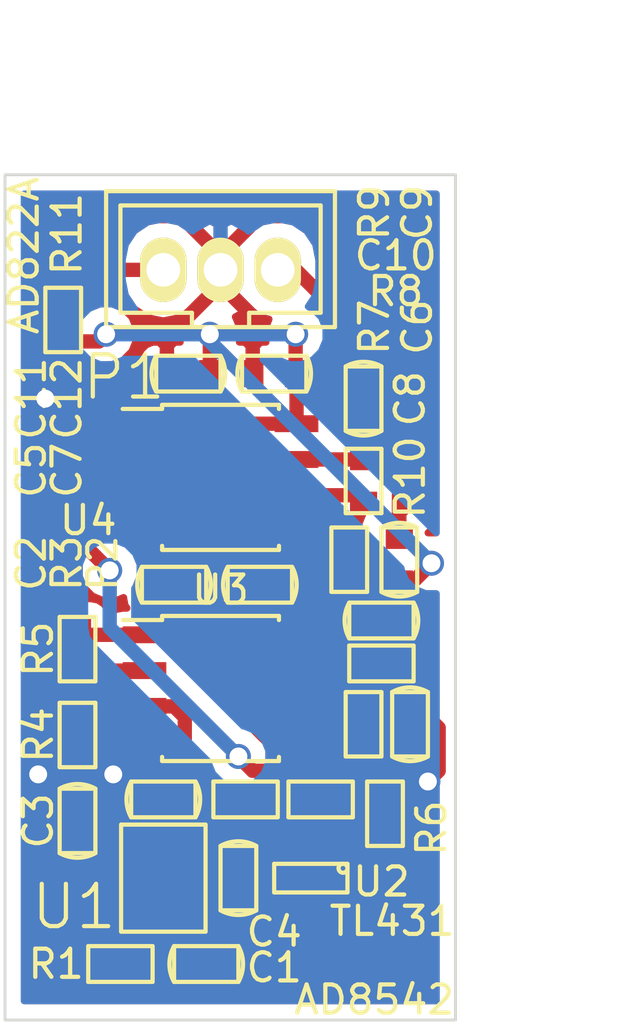
<source format=kicad_pcb>
(kicad_pcb (version 4) (host pcbnew "(2014-12-30 BZR 5343)-product")

  (general
    (links 53)
    (no_connects 0)
    (area 150.151144 62.15 179 98.311)
    (thickness 1.6)
    (drawings 6)
    (tracks 162)
    (zones 0)
    (modules 28)
    (nets 20)
  )

  (page A4)
  (layers
    (0 F.Cu signal)
    (31 B.Cu signal)
    (32 B.Adhes user)
    (33 F.Adhes user)
    (34 B.Paste user)
    (35 F.Paste user)
    (36 B.SilkS user)
    (37 F.SilkS user)
    (38 B.Mask user)
    (39 F.Mask user)
    (40 Dwgs.User user)
    (41 Cmts.User user)
    (42 Eco1.User user)
    (43 Eco2.User user)
    (44 Edge.Cuts user)
    (45 Margin user)
    (46 B.CrtYd user)
    (47 F.CrtYd user)
    (48 B.Fab user)
    (49 F.Fab user)
  )

  (setup
    (last_trace_width 0.254)
    (user_trace_width 0.508)
    (user_trace_width 0.635)
    (user_trace_width 0.762)
    (trace_clearance 0.254)
    (zone_clearance 0.508)
    (zone_45_only no)
    (trace_min 0.1524)
    (segment_width 0.2)
    (edge_width 0.1)
    (via_size 0.889)
    (via_drill 0.635)
    (via_min_size 0.6)
    (via_min_drill 0.3)
    (user_via 0.6 0.3)
    (user_via 0.7 0.35)
    (uvia_size 0.508)
    (uvia_drill 0.127)
    (uvias_allowed no)
    (uvia_min_size 0.508)
    (uvia_min_drill 0.127)
    (pcb_text_width 0.3)
    (pcb_text_size 1.5 1.5)
    (mod_edge_width 0.15)
    (mod_text_size 1 1)
    (mod_text_width 0.15)
    (pad_size 1.5 1.5)
    (pad_drill 0.6)
    (pad_to_mask_clearance 0)
    (aux_axis_origin 153 98)
    (visible_elements FFFFFF7F)
    (pcbplotparams
      (layerselection 0x010fc_80000001)
      (usegerberextensions false)
      (excludeedgelayer true)
      (linewidth 0.100000)
      (plotframeref false)
      (viasonmask false)
      (mode 1)
      (useauxorigin false)
      (hpglpennumber 1)
      (hpglpenspeed 20)
      (hpglpendiameter 15)
      (hpglpenoverlay 2)
      (psnegative false)
      (psa4output false)
      (plotreference true)
      (plotvalue true)
      (plotinvisibletext false)
      (padsonsilk false)
      (subtractmaskfromsilk false)
      (outputformat 1)
      (mirror false)
      (drillshape 0)
      (scaleselection 1)
      (outputdirectory gerber/))
  )

  (net 0 "")
  (net 1 GND)
  (net 2 "Net-(C1-Pad2)")
  (net 3 "Net-(C2-Pad1)")
  (net 4 "Net-(C2-Pad2)")
  (net 5 "Net-(C3-Pad2)")
  (net 6 +2V5)
  (net 7 "Net-(C5-Pad1)")
  (net 8 "Net-(C5-Pad2)")
  (net 9 "Net-(C6-Pad2)")
  (net 10 "Net-(C7-Pad1)")
  (net 11 "Net-(C7-Pad2)")
  (net 12 "Net-(C8-Pad2)")
  (net 13 +5V)
  (net 14 "Net-(R1-Pad2)")
  (net 15 "Net-(R4-Pad2)")
  (net 16 "Net-(R7-Pad2)")
  (net 17 "Net-(R10-Pad2)")
  (net 18 "Net-(U4-Pad1)")
  (net 19 "Net-(P1-Pad1)")

  (net_class Default "This is the default net class."
    (clearance 0.254)
    (trace_width 0.254)
    (via_dia 0.889)
    (via_drill 0.635)
    (uvia_dia 0.508)
    (uvia_drill 0.127)
    (add_net +2V5)
    (add_net +5V)
    (add_net GND)
    (add_net "Net-(C1-Pad2)")
    (add_net "Net-(C2-Pad1)")
    (add_net "Net-(C2-Pad2)")
    (add_net "Net-(C3-Pad2)")
    (add_net "Net-(C5-Pad1)")
    (add_net "Net-(C5-Pad2)")
    (add_net "Net-(C6-Pad2)")
    (add_net "Net-(C7-Pad1)")
    (add_net "Net-(C7-Pad2)")
    (add_net "Net-(C8-Pad2)")
    (add_net "Net-(P1-Pad1)")
    (add_net "Net-(R1-Pad2)")
    (add_net "Net-(R10-Pad2)")
    (add_net "Net-(R4-Pad2)")
    (add_net "Net-(R7-Pad2)")
    (add_net "Net-(U4-Pad1)")
  )

  (module soundlevel:SMD-0603_C (layer F.Cu) (tedit 54AE8412) (tstamp 54AE76A5)
    (at 160.147 96.012 180)
    (path /54A75208)
    (attr smd)
    (fp_text reference C1 (at -2.413 -0.127 180) (layer F.SilkS)
      (effects (font (size 1 1) (thickness 0.15)))
    )
    (fp_text value 0 (at 0 0 180) (layer F.SilkS) hide
      (effects (font (size 1 1) (thickness 0.15)))
    )
    (fp_arc (start 0 0) (end 1.143 -0.635) (angle 58) (layer F.SilkS) (width 0.15))
    (fp_arc (start 0 0) (end -1.143 0.635) (angle 58) (layer F.SilkS) (width 0.15))
    (fp_line (start -1.143 -0.635) (end 1.143 -0.635) (layer F.SilkS) (width 0.15))
    (fp_line (start 1.143 -0.635) (end 1.143 0.635) (layer F.SilkS) (width 0.15))
    (fp_line (start 1.143 0.635) (end -1.143 0.635) (layer F.SilkS) (width 0.15))
    (fp_line (start -1.143 0.635) (end -1.143 -0.635) (layer F.SilkS) (width 0.15))
    (pad 1 smd rect (at -0.762 0 180) (size 0.762 0.9652) (layers F.Cu F.Paste F.Mask)
      (net 1 GND))
    (pad 2 smd rect (at 0.762 0 180) (size 0.762 0.9652) (layers F.Cu F.Paste F.Mask)
      (net 2 "Net-(C1-Pad2)"))
    (model SMD_Packages/SMD-0603.wrl
      (at (xyz 0 0 0.001))
      (scale (xyz 0.5 0.5 0.5))
      (rotate (xyz 0 0 0))
    )
  )

  (module soundlevel:SMD-0603_C (layer F.Cu) (tedit 54AE8451) (tstamp 54AE76AB)
    (at 158.623 90.17 180)
    (path /54AE3AFD)
    (attr smd)
    (fp_text reference C2 (at 4.699 8.382 270) (layer F.SilkS)
      (effects (font (size 1 1) (thickness 0.15)))
    )
    (fp_text value 10u (at 0 0 180) (layer F.SilkS) hide
      (effects (font (size 1 1) (thickness 0.15)))
    )
    (fp_arc (start 0 0) (end 1.143 -0.635) (angle 58) (layer F.SilkS) (width 0.15))
    (fp_arc (start 0 0) (end -1.143 0.635) (angle 58) (layer F.SilkS) (width 0.15))
    (fp_line (start -1.143 -0.635) (end 1.143 -0.635) (layer F.SilkS) (width 0.15))
    (fp_line (start 1.143 -0.635) (end 1.143 0.635) (layer F.SilkS) (width 0.15))
    (fp_line (start 1.143 0.635) (end -1.143 0.635) (layer F.SilkS) (width 0.15))
    (fp_line (start -1.143 0.635) (end -1.143 -0.635) (layer F.SilkS) (width 0.15))
    (pad 1 smd rect (at -0.762 0 180) (size 0.762 0.9652) (layers F.Cu F.Paste F.Mask)
      (net 3 "Net-(C2-Pad1)"))
    (pad 2 smd rect (at 0.762 0 180) (size 0.762 0.9652) (layers F.Cu F.Paste F.Mask)
      (net 4 "Net-(C2-Pad2)"))
    (model SMD_Packages/SMD-0603.wrl
      (at (xyz 0 0 0.001))
      (scale (xyz 0.5 0.5 0.5))
      (rotate (xyz 0 0 0))
    )
  )

  (module soundlevel:SMD-0603_C (layer F.Cu) (tedit 54AE842B) (tstamp 54AE76B1)
    (at 155.575 90.932 90)
    (path /54AE4B42)
    (attr smd)
    (fp_text reference C3 (at 0 -1.397 90) (layer F.SilkS)
      (effects (font (size 1 1) (thickness 0.15)))
    )
    (fp_text value 2u (at 0 0 90) (layer F.SilkS) hide
      (effects (font (size 1 1) (thickness 0.15)))
    )
    (fp_arc (start 0 0) (end 1.143 -0.635) (angle 58) (layer F.SilkS) (width 0.15))
    (fp_arc (start 0 0) (end -1.143 0.635) (angle 58) (layer F.SilkS) (width 0.15))
    (fp_line (start -1.143 -0.635) (end 1.143 -0.635) (layer F.SilkS) (width 0.15))
    (fp_line (start 1.143 -0.635) (end 1.143 0.635) (layer F.SilkS) (width 0.15))
    (fp_line (start 1.143 0.635) (end -1.143 0.635) (layer F.SilkS) (width 0.15))
    (fp_line (start -1.143 0.635) (end -1.143 -0.635) (layer F.SilkS) (width 0.15))
    (pad 1 smd rect (at -0.762 0 90) (size 0.762 0.9652) (layers F.Cu F.Paste F.Mask)
      (net 1 GND))
    (pad 2 smd rect (at 0.762 0 90) (size 0.762 0.9652) (layers F.Cu F.Paste F.Mask)
      (net 5 "Net-(C3-Pad2)"))
    (model SMD_Packages/SMD-0603.wrl
      (at (xyz 0 0 0.001))
      (scale (xyz 0.5 0.5 0.5))
      (rotate (xyz 0 0 0))
    )
  )

  (module soundlevel:SMD-0603_C (layer F.Cu) (tedit 54AE840F) (tstamp 54AE76B7)
    (at 161.29 92.964 90)
    (path /54AE37F2)
    (attr smd)
    (fp_text reference C4 (at -1.905 1.27 360) (layer F.SilkS)
      (effects (font (size 1 1) (thickness 0.15)))
    )
    (fp_text value 10u (at 0 0 90) (layer F.SilkS) hide
      (effects (font (size 1 1) (thickness 0.15)))
    )
    (fp_arc (start 0 0) (end 1.143 -0.635) (angle 58) (layer F.SilkS) (width 0.15))
    (fp_arc (start 0 0) (end -1.143 0.635) (angle 58) (layer F.SilkS) (width 0.15))
    (fp_line (start -1.143 -0.635) (end 1.143 -0.635) (layer F.SilkS) (width 0.15))
    (fp_line (start 1.143 -0.635) (end 1.143 0.635) (layer F.SilkS) (width 0.15))
    (fp_line (start 1.143 0.635) (end -1.143 0.635) (layer F.SilkS) (width 0.15))
    (fp_line (start -1.143 0.635) (end -1.143 -0.635) (layer F.SilkS) (width 0.15))
    (pad 1 smd rect (at -0.762 0 90) (size 0.762 0.9652) (layers F.Cu F.Paste F.Mask)
      (net 1 GND))
    (pad 2 smd rect (at 0.762 0 90) (size 0.762 0.9652) (layers F.Cu F.Paste F.Mask)
      (net 6 +2V5))
    (model SMD_Packages/SMD-0603.wrl
      (at (xyz 0 0 0.001))
      (scale (xyz 0.5 0.5 0.5))
      (rotate (xyz 0 0 0))
    )
  )

  (module soundlevel:SMD-0603_C (layer F.Cu) (tedit 54AE849A) (tstamp 54AE76BD)
    (at 159.004 82.55 180)
    (path /54AE5371)
    (attr smd)
    (fp_text reference C5 (at 5.08 4.064 270) (layer F.SilkS)
      (effects (font (size 1 1) (thickness 0.15)))
    )
    (fp_text value 10u (at 0 0 180) (layer F.SilkS) hide
      (effects (font (size 1 1) (thickness 0.15)))
    )
    (fp_arc (start 0 0) (end 1.143 -0.635) (angle 58) (layer F.SilkS) (width 0.15))
    (fp_arc (start 0 0) (end -1.143 0.635) (angle 58) (layer F.SilkS) (width 0.15))
    (fp_line (start -1.143 -0.635) (end 1.143 -0.635) (layer F.SilkS) (width 0.15))
    (fp_line (start 1.143 -0.635) (end 1.143 0.635) (layer F.SilkS) (width 0.15))
    (fp_line (start 1.143 0.635) (end -1.143 0.635) (layer F.SilkS) (width 0.15))
    (fp_line (start -1.143 0.635) (end -1.143 -0.635) (layer F.SilkS) (width 0.15))
    (pad 1 smd rect (at -0.762 0 180) (size 0.762 0.9652) (layers F.Cu F.Paste F.Mask)
      (net 7 "Net-(C5-Pad1)"))
    (pad 2 smd rect (at 0.762 0 180) (size 0.762 0.9652) (layers F.Cu F.Paste F.Mask)
      (net 8 "Net-(C5-Pad2)"))
    (model SMD_Packages/SMD-0603.wrl
      (at (xyz 0 0 0.001))
      (scale (xyz 0.5 0.5 0.5))
      (rotate (xyz 0 0 0))
    )
  )

  (module soundlevel:SMD-0603_C (layer F.Cu) (tedit 54AE84FA) (tstamp 54AE76C3)
    (at 167.386 87.503 270)
    (path /54AE53A3)
    (attr smd)
    (fp_text reference C6 (at -14.097 -0.254 270) (layer F.SilkS)
      (effects (font (size 1 1) (thickness 0.15)))
    )
    (fp_text value 2u (at 0 0 270) (layer F.SilkS) hide
      (effects (font (size 1 1) (thickness 0.15)))
    )
    (fp_arc (start 0 0) (end 1.143 -0.635) (angle 58) (layer F.SilkS) (width 0.15))
    (fp_arc (start 0 0) (end -1.143 0.635) (angle 58) (layer F.SilkS) (width 0.15))
    (fp_line (start -1.143 -0.635) (end 1.143 -0.635) (layer F.SilkS) (width 0.15))
    (fp_line (start 1.143 -0.635) (end 1.143 0.635) (layer F.SilkS) (width 0.15))
    (fp_line (start 1.143 0.635) (end -1.143 0.635) (layer F.SilkS) (width 0.15))
    (fp_line (start -1.143 0.635) (end -1.143 -0.635) (layer F.SilkS) (width 0.15))
    (pad 1 smd rect (at -0.762 0 270) (size 0.762 0.9652) (layers F.Cu F.Paste F.Mask)
      (net 1 GND))
    (pad 2 smd rect (at 0.762 0 270) (size 0.762 0.9652) (layers F.Cu F.Paste F.Mask)
      (net 9 "Net-(C6-Pad2)"))
    (model SMD_Packages/SMD-0603.wrl
      (at (xyz 0 0 0.001))
      (scale (xyz 0.5 0.5 0.5))
      (rotate (xyz 0 0 0))
    )
  )

  (module soundlevel:SMD-0603_C (layer F.Cu) (tedit 54AE84A2) (tstamp 54AE76C9)
    (at 162.052 82.55 180)
    (path /54AE648E)
    (attr smd)
    (fp_text reference C7 (at 6.858 4.064 270) (layer F.SilkS)
      (effects (font (size 1 1) (thickness 0.15)))
    )
    (fp_text value 10u (at 0 0 180) (layer F.SilkS) hide
      (effects (font (size 1 1) (thickness 0.15)))
    )
    (fp_arc (start 0 0) (end 1.143 -0.635) (angle 58) (layer F.SilkS) (width 0.15))
    (fp_arc (start 0 0) (end -1.143 0.635) (angle 58) (layer F.SilkS) (width 0.15))
    (fp_line (start -1.143 -0.635) (end 1.143 -0.635) (layer F.SilkS) (width 0.15))
    (fp_line (start 1.143 -0.635) (end 1.143 0.635) (layer F.SilkS) (width 0.15))
    (fp_line (start 1.143 0.635) (end -1.143 0.635) (layer F.SilkS) (width 0.15))
    (fp_line (start -1.143 0.635) (end -1.143 -0.635) (layer F.SilkS) (width 0.15))
    (pad 1 smd rect (at -0.762 0 180) (size 0.762 0.9652) (layers F.Cu F.Paste F.Mask)
      (net 10 "Net-(C7-Pad1)"))
    (pad 2 smd rect (at 0.762 0 180) (size 0.762 0.9652) (layers F.Cu F.Paste F.Mask)
      (net 11 "Net-(C7-Pad2)"))
    (model SMD_Packages/SMD-0603.wrl
      (at (xyz 0 0 0.001))
      (scale (xyz 0.5 0.5 0.5))
      (rotate (xyz 0 0 0))
    )
  )

  (module soundlevel:SMD-0603_C (layer F.Cu) (tedit 54AE84C6) (tstamp 54AE76CF)
    (at 165.735 75.946 270)
    (path /54A75530)
    (attr smd)
    (fp_text reference C8 (at 0 -1.651 270) (layer F.SilkS)
      (effects (font (size 1 1) (thickness 0.15)))
    )
    (fp_text value 10u (at 0 0 270) (layer F.SilkS) hide
      (effects (font (size 1 1) (thickness 0.15)))
    )
    (fp_arc (start 0 0) (end 1.143 -0.635) (angle 58) (layer F.SilkS) (width 0.15))
    (fp_arc (start 0 0) (end -1.143 0.635) (angle 58) (layer F.SilkS) (width 0.15))
    (fp_line (start -1.143 -0.635) (end 1.143 -0.635) (layer F.SilkS) (width 0.15))
    (fp_line (start 1.143 -0.635) (end 1.143 0.635) (layer F.SilkS) (width 0.15))
    (fp_line (start 1.143 0.635) (end -1.143 0.635) (layer F.SilkS) (width 0.15))
    (fp_line (start -1.143 0.635) (end -1.143 -0.635) (layer F.SilkS) (width 0.15))
    (pad 1 smd rect (at -0.762 0 270) (size 0.762 0.9652) (layers F.Cu F.Paste F.Mask)
      (net 1 GND))
    (pad 2 smd rect (at 0.762 0 270) (size 0.762 0.9652) (layers F.Cu F.Paste F.Mask)
      (net 12 "Net-(C8-Pad2)"))
    (model SMD_Packages/SMD-0603.wrl
      (at (xyz 0 0 0.001))
      (scale (xyz 0.5 0.5 0.5))
      (rotate (xyz 0 0 0))
    )
  )

  (module soundlevel:PH-3A (layer F.Cu) (tedit 54AE850D) (tstamp 54AE76D6)
    (at 160.655 71.374 180)
    (path /54AE2F9E)
    (fp_text reference P1 (at 3.429 -3.81 180) (layer F.SilkS)
      (effects (font (size 1.5 1.5) (thickness 0.15)))
    )
    (fp_text value CONN_01X03 (at 0 5.08 180) (layer F.SilkS) hide
      (effects (font (size 1.5 1.5) (thickness 0.15)))
    )
    (fp_line (start -3.556 -1.524) (end -3.556 2.159) (layer F.SilkS) (width 0.15))
    (fp_line (start -3.556 2.159) (end -3.556 2.286) (layer F.SilkS) (width 0.15))
    (fp_line (start -3.556 2.286) (end 3.556 2.286) (layer F.SilkS) (width 0.15))
    (fp_line (start 3.556 2.286) (end 3.556 -1.524) (layer F.SilkS) (width 0.15))
    (fp_line (start 3.556 -1.524) (end 1.016 -1.524) (layer F.SilkS) (width 0.15))
    (fp_line (start 1.016 -1.524) (end 1.016 -2.032) (layer F.SilkS) (width 0.15))
    (fp_line (start 1.016 -2.032) (end -1.016 -2.032) (layer F.SilkS) (width 0.15))
    (fp_line (start -1.016 -2.032) (end -1.016 -1.524) (layer F.SilkS) (width 0.15))
    (fp_line (start -1.016 -1.524) (end -3.556 -1.524) (layer F.SilkS) (width 0.15))
    (fp_line (start -4.064 -2.032) (end -4.064 2.794) (layer F.SilkS) (width 0.15))
    (fp_line (start -4.064 2.794) (end 4.064 2.794) (layer F.SilkS) (width 0.15))
    (fp_line (start 4.064 2.794) (end 4.064 -2.032) (layer F.SilkS) (width 0.15))
    (fp_line (start 4.064 -2.032) (end -4.064 -2.032) (layer F.SilkS) (width 0.15))
    (pad 1 thru_hole oval (at 2.032 0 180) (size 1.651 2.286) (drill 1.1938) (layers *.Cu *.Mask F.SilkS)
      (net 19 "Net-(P1-Pad1)"))
    (pad 2 thru_hole oval (at 0 0 180) (size 1.651 2.286) (drill 1.1938) (layers *.Cu *.Mask F.SilkS)
      (net 1 GND))
    (pad 3 thru_hole oval (at -2.032 0 180) (size 1.651 2.286) (drill 1.1938) (layers *.Cu *.Mask F.SilkS)
      (net 12 "Net-(C8-Pad2)"))
  )

  (module soundlevel:SMD-0603_R (layer F.Cu) (tedit 54AE83FC) (tstamp 54AE76DC)
    (at 157.099 96.012 180)
    (path /54A75165)
    (attr smd)
    (fp_text reference R1 (at 2.286 0 180) (layer F.SilkS)
      (effects (font (size 1 1) (thickness 0.15)))
    )
    (fp_text value 0 (at 0 0 180) (layer F.SilkS) hide
      (effects (font (size 1 1) (thickness 0.15)))
    )
    (fp_line (start -1.143 -0.635) (end 1.143 -0.635) (layer F.SilkS) (width 0.15))
    (fp_line (start 1.143 -0.635) (end 1.143 0.635) (layer F.SilkS) (width 0.15))
    (fp_line (start 1.143 0.635) (end -1.143 0.635) (layer F.SilkS) (width 0.15))
    (fp_line (start -1.143 0.635) (end -1.143 -0.635) (layer F.SilkS) (width 0.15))
    (pad 1 smd rect (at -0.762 0 180) (size 0.762 0.9652) (layers F.Cu F.Paste F.Mask)
      (net 2 "Net-(C1-Pad2)"))
    (pad 2 smd rect (at 0.762 0 180) (size 0.762 0.9652) (layers F.Cu F.Paste F.Mask)
      (net 14 "Net-(R1-Pad2)"))
    (model SMD_Packages/SMD-0603.wrl
      (at (xyz 0 0 0.001))
      (scale (xyz 0.5 0.5 0.5))
      (rotate (xyz 0 0 0))
    )
  )

  (module soundlevel:SMD-0603_R (layer F.Cu) (tedit 54AE8487) (tstamp 54AE76E2)
    (at 164.211 90.17)
    (path /54AE2824)
    (attr smd)
    (fp_text reference R2 (at -7.747 -8.382 90) (layer F.SilkS)
      (effects (font (size 1 1) (thickness 0.15)))
    )
    (fp_text value 1k (at 0 0) (layer F.SilkS) hide
      (effects (font (size 1 1) (thickness 0.15)))
    )
    (fp_line (start -1.143 -0.635) (end 1.143 -0.635) (layer F.SilkS) (width 0.15))
    (fp_line (start 1.143 -0.635) (end 1.143 0.635) (layer F.SilkS) (width 0.15))
    (fp_line (start 1.143 0.635) (end -1.143 0.635) (layer F.SilkS) (width 0.15))
    (fp_line (start -1.143 0.635) (end -1.143 -0.635) (layer F.SilkS) (width 0.15))
    (pad 1 smd rect (at -0.762 0) (size 0.762 0.9652) (layers F.Cu F.Paste F.Mask)
      (net 13 +5V))
    (pad 2 smd rect (at 0.762 0) (size 0.762 0.9652) (layers F.Cu F.Paste F.Mask)
      (net 6 +2V5))
    (model SMD_Packages/SMD-0603.wrl
      (at (xyz 0 0 0.001))
      (scale (xyz 0.5 0.5 0.5))
      (rotate (xyz 0 0 0))
    )
  )

  (module soundlevel:SMD-0603_R (layer F.Cu) (tedit 54AE8482) (tstamp 54AE76E8)
    (at 161.544 90.17)
    (path /54AE43EE)
    (attr smd)
    (fp_text reference R3 (at -6.35 -8.382 90) (layer F.SilkS)
      (effects (font (size 1 1) (thickness 0.15)))
    )
    (fp_text value 100k (at 0 0) (layer F.SilkS) hide
      (effects (font (size 1 1) (thickness 0.15)))
    )
    (fp_line (start -1.143 -0.635) (end 1.143 -0.635) (layer F.SilkS) (width 0.15))
    (fp_line (start 1.143 -0.635) (end 1.143 0.635) (layer F.SilkS) (width 0.15))
    (fp_line (start 1.143 0.635) (end -1.143 0.635) (layer F.SilkS) (width 0.15))
    (fp_line (start -1.143 0.635) (end -1.143 -0.635) (layer F.SilkS) (width 0.15))
    (pad 1 smd rect (at -0.762 0) (size 0.762 0.9652) (layers F.Cu F.Paste F.Mask)
      (net 3 "Net-(C2-Pad1)"))
    (pad 2 smd rect (at 0.762 0) (size 0.762 0.9652) (layers F.Cu F.Paste F.Mask)
      (net 6 +2V5))
    (model SMD_Packages/SMD-0603.wrl
      (at (xyz 0 0 0.001))
      (scale (xyz 0.5 0.5 0.5))
      (rotate (xyz 0 0 0))
    )
  )

  (module soundlevel:SMD-0603_R (layer F.Cu) (tedit 54AE8435) (tstamp 54AE76EE)
    (at 155.575 87.884 90)
    (path /54AE48BC)
    (attr smd)
    (fp_text reference R4 (at 0 -1.397 90) (layer F.SilkS)
      (effects (font (size 1 1) (thickness 0.15)))
    )
    (fp_text value 10k (at 0 0 90) (layer F.SilkS) hide
      (effects (font (size 1 1) (thickness 0.15)))
    )
    (fp_line (start -1.143 -0.635) (end 1.143 -0.635) (layer F.SilkS) (width 0.15))
    (fp_line (start 1.143 -0.635) (end 1.143 0.635) (layer F.SilkS) (width 0.15))
    (fp_line (start 1.143 0.635) (end -1.143 0.635) (layer F.SilkS) (width 0.15))
    (fp_line (start -1.143 0.635) (end -1.143 -0.635) (layer F.SilkS) (width 0.15))
    (pad 1 smd rect (at -0.762 0 90) (size 0.762 0.9652) (layers F.Cu F.Paste F.Mask)
      (net 5 "Net-(C3-Pad2)"))
    (pad 2 smd rect (at 0.762 0 90) (size 0.762 0.9652) (layers F.Cu F.Paste F.Mask)
      (net 15 "Net-(R4-Pad2)"))
    (model SMD_Packages/SMD-0603.wrl
      (at (xyz 0 0 0.001))
      (scale (xyz 0.5 0.5 0.5))
      (rotate (xyz 0 0 0))
    )
  )

  (module soundlevel:SMD-0603_R (layer F.Cu) (tedit 54AE8438) (tstamp 54AE76F4)
    (at 155.575 84.836 270)
    (path /54AE495E)
    (attr smd)
    (fp_text reference R5 (at 0 1.397 270) (layer F.SilkS)
      (effects (font (size 1 1) (thickness 0.15)))
    )
    (fp_text value 100k (at 0 0 270) (layer F.SilkS) hide
      (effects (font (size 1 1) (thickness 0.15)))
    )
    (fp_line (start -1.143 -0.635) (end 1.143 -0.635) (layer F.SilkS) (width 0.15))
    (fp_line (start 1.143 -0.635) (end 1.143 0.635) (layer F.SilkS) (width 0.15))
    (fp_line (start 1.143 0.635) (end -1.143 0.635) (layer F.SilkS) (width 0.15))
    (fp_line (start -1.143 0.635) (end -1.143 -0.635) (layer F.SilkS) (width 0.15))
    (pad 1 smd rect (at -0.762 0 270) (size 0.762 0.9652) (layers F.Cu F.Paste F.Mask)
      (net 8 "Net-(C5-Pad2)"))
    (pad 2 smd rect (at 0.762 0 270) (size 0.762 0.9652) (layers F.Cu F.Paste F.Mask)
      (net 15 "Net-(R4-Pad2)"))
    (model SMD_Packages/SMD-0603.wrl
      (at (xyz 0 0 0.001))
      (scale (xyz 0.5 0.5 0.5))
      (rotate (xyz 0 0 0))
    )
  )

  (module soundlevel:SMD-0603_R (layer F.Cu) (tedit 54AE8440) (tstamp 54AE76FA)
    (at 166.497 90.678 270)
    (path /54AE5384)
    (attr smd)
    (fp_text reference R6 (at 0.508 -1.651 270) (layer F.SilkS)
      (effects (font (size 1 1) (thickness 0.15)))
    )
    (fp_text value 100k (at 0 0 270) (layer F.SilkS) hide
      (effects (font (size 1 1) (thickness 0.15)))
    )
    (fp_line (start -1.143 -0.635) (end 1.143 -0.635) (layer F.SilkS) (width 0.15))
    (fp_line (start 1.143 -0.635) (end 1.143 0.635) (layer F.SilkS) (width 0.15))
    (fp_line (start 1.143 0.635) (end -1.143 0.635) (layer F.SilkS) (width 0.15))
    (fp_line (start -1.143 0.635) (end -1.143 -0.635) (layer F.SilkS) (width 0.15))
    (pad 1 smd rect (at -0.762 0 270) (size 0.762 0.9652) (layers F.Cu F.Paste F.Mask)
      (net 7 "Net-(C5-Pad1)"))
    (pad 2 smd rect (at 0.762 0 270) (size 0.762 0.9652) (layers F.Cu F.Paste F.Mask)
      (net 6 +2V5))
    (model SMD_Packages/SMD-0603.wrl
      (at (xyz 0 0 0.001))
      (scale (xyz 0.5 0.5 0.5))
      (rotate (xyz 0 0 0))
    )
  )

  (module soundlevel:SMD-0603_R (layer F.Cu) (tedit 54AE84F3) (tstamp 54AE7700)
    (at 165.735 87.503 90)
    (path /54AE5392)
    (attr smd)
    (fp_text reference R7 (at 14.097 0.381 90) (layer F.SilkS)
      (effects (font (size 1 1) (thickness 0.15)))
    )
    (fp_text value 10k (at 0 0 90) (layer F.SilkS) hide
      (effects (font (size 1 1) (thickness 0.15)))
    )
    (fp_line (start -1.143 -0.635) (end 1.143 -0.635) (layer F.SilkS) (width 0.15))
    (fp_line (start 1.143 -0.635) (end 1.143 0.635) (layer F.SilkS) (width 0.15))
    (fp_line (start 1.143 0.635) (end -1.143 0.635) (layer F.SilkS) (width 0.15))
    (fp_line (start -1.143 0.635) (end -1.143 -0.635) (layer F.SilkS) (width 0.15))
    (pad 1 smd rect (at -0.762 0 90) (size 0.762 0.9652) (layers F.Cu F.Paste F.Mask)
      (net 9 "Net-(C6-Pad2)"))
    (pad 2 smd rect (at 0.762 0 90) (size 0.762 0.9652) (layers F.Cu F.Paste F.Mask)
      (net 16 "Net-(R7-Pad2)"))
    (model SMD_Packages/SMD-0603.wrl
      (at (xyz 0 0 0.001))
      (scale (xyz 0.5 0.5 0.5))
      (rotate (xyz 0 0 0))
    )
  )

  (module soundlevel:SMD-0603_R (layer F.Cu) (tedit 54AE8500) (tstamp 54AE7706)
    (at 166.37 85.344)
    (path /54AE5398)
    (attr smd)
    (fp_text reference R8 (at 0.508 -13.208) (layer F.SilkS)
      (effects (font (size 1 1) (thickness 0.15)))
    )
    (fp_text value 100k (at 0 0) (layer F.SilkS) hide
      (effects (font (size 1 1) (thickness 0.15)))
    )
    (fp_line (start -1.143 -0.635) (end 1.143 -0.635) (layer F.SilkS) (width 0.15))
    (fp_line (start 1.143 -0.635) (end 1.143 0.635) (layer F.SilkS) (width 0.15))
    (fp_line (start 1.143 0.635) (end -1.143 0.635) (layer F.SilkS) (width 0.15))
    (fp_line (start -1.143 0.635) (end -1.143 -0.635) (layer F.SilkS) (width 0.15))
    (pad 1 smd rect (at -0.762 0) (size 0.762 0.9652) (layers F.Cu F.Paste F.Mask)
      (net 11 "Net-(C7-Pad2)"))
    (pad 2 smd rect (at 0.762 0) (size 0.762 0.9652) (layers F.Cu F.Paste F.Mask)
      (net 16 "Net-(R7-Pad2)"))
    (model SMD_Packages/SMD-0603.wrl
      (at (xyz 0 0 0.001))
      (scale (xyz 0.5 0.5 0.5))
      (rotate (xyz 0 0 0))
    )
  )

  (module soundlevel:SMD-0603_R (layer F.Cu) (tedit 54AE84D5) (tstamp 54AE770C)
    (at 165.227 81.661 270)
    (path /54A7494F)
    (attr smd)
    (fp_text reference R9 (at -12.319 -0.889 270) (layer F.SilkS)
      (effects (font (size 1 1) (thickness 0.15)))
    )
    (fp_text value 100k (at 0 0 270) (layer F.SilkS) hide
      (effects (font (size 1 1) (thickness 0.15)))
    )
    (fp_line (start -1.143 -0.635) (end 1.143 -0.635) (layer F.SilkS) (width 0.15))
    (fp_line (start 1.143 -0.635) (end 1.143 0.635) (layer F.SilkS) (width 0.15))
    (fp_line (start 1.143 0.635) (end -1.143 0.635) (layer F.SilkS) (width 0.15))
    (fp_line (start -1.143 0.635) (end -1.143 -0.635) (layer F.SilkS) (width 0.15))
    (pad 1 smd rect (at -0.762 0 270) (size 0.762 0.9652) (layers F.Cu F.Paste F.Mask)
      (net 17 "Net-(R10-Pad2)"))
    (pad 2 smd rect (at 0.762 0 270) (size 0.762 0.9652) (layers F.Cu F.Paste F.Mask)
      (net 10 "Net-(C7-Pad1)"))
    (model SMD_Packages/SMD-0603.wrl
      (at (xyz 0 0 0.001))
      (scale (xyz 0.5 0.5 0.5))
      (rotate (xyz 0 0 0))
    )
  )

  (module soundlevel:SMD-0603_R (layer F.Cu) (tedit 54AE84C9) (tstamp 54AE7712)
    (at 165.735 78.867 270)
    (path /54A74A87)
    (attr smd)
    (fp_text reference R10 (at -0.127 -1.651 270) (layer F.SilkS)
      (effects (font (size 1 1) (thickness 0.15)))
    )
    (fp_text value 100k (at 0 0 270) (layer F.SilkS) hide
      (effects (font (size 1 1) (thickness 0.15)))
    )
    (fp_line (start -1.143 -0.635) (end 1.143 -0.635) (layer F.SilkS) (width 0.15))
    (fp_line (start 1.143 -0.635) (end 1.143 0.635) (layer F.SilkS) (width 0.15))
    (fp_line (start 1.143 0.635) (end -1.143 0.635) (layer F.SilkS) (width 0.15))
    (fp_line (start -1.143 0.635) (end -1.143 -0.635) (layer F.SilkS) (width 0.15))
    (pad 1 smd rect (at -0.762 0 270) (size 0.762 0.9652) (layers F.Cu F.Paste F.Mask)
      (net 12 "Net-(C8-Pad2)"))
    (pad 2 smd rect (at 0.762 0 270) (size 0.762 0.9652) (layers F.Cu F.Paste F.Mask)
      (net 17 "Net-(R10-Pad2)"))
    (model SMD_Packages/SMD-0603.wrl
      (at (xyz 0 0 0.001))
      (scale (xyz 0.5 0.5 0.5))
      (rotate (xyz 0 0 0))
    )
  )

  (module soundlevel:SPU04 (layer F.Cu) (tedit 54AE7B69) (tstamp 54AE771A)
    (at 158.623 92.964)
    (path /54A74FC5)
    (fp_text reference U1 (at -3.175 1.016) (layer F.SilkS)
      (effects (font (size 1.5 1.5) (thickness 0.15)))
    )
    (fp_text value SPU0410HR5H (at 0 0) (layer F.SilkS) hide
      (effects (font (size 1.5 1.5) (thickness 0.15)))
    )
    (fp_line (start -1.5 -1.9) (end -1.5 1.9) (layer F.SilkS) (width 0.15))
    (fp_line (start -1.5 1.9) (end 1.5 1.9) (layer F.SilkS) (width 0.15))
    (fp_line (start 1.5 1.9) (end 1.5 -1.9) (layer F.SilkS) (width 0.15))
    (fp_line (start 1.5 -1.9) (end -1.5 -1.9) (layer F.SilkS) (width 0.15))
    (pad 1 smd circle (at 0.85 -1.23) (size 0.8 0.8) (layers F.Cu F.Paste F.Mask)
      (net 6 +2V5))
    (pad 2 smd circle (at 0.85 1.23) (size 0.8 0.8) (layers F.Cu F.Paste F.Mask)
      (net 1 GND))
    (pad 3 smd circle (at -0.85 1.23) (size 0.8 0.8) (layers F.Cu F.Paste F.Mask)
      (net 14 "Net-(R1-Pad2)"))
    (pad 4 smd circle (at -0.85 -1.23) (size 0.8 0.8) (layers F.Cu F.Paste F.Mask)
      (net 4 "Net-(C2-Pad2)"))
  )

  (module SMD_Packages:SOT-23 (layer F.Cu) (tedit 54AE8403) (tstamp 54AE7721)
    (at 163.83 92.964 180)
    (tags SOT23)
    (path /54AE72CA)
    (fp_text reference U2 (at -2.54 -0.127 360) (layer F.SilkS)
      (effects (font (size 1 1) (thickness 0.15)))
    )
    (fp_text value TL431 (at -2.921 -1.524 180) (layer F.SilkS)
      (effects (font (size 1 1) (thickness 0.15)))
    )
    (fp_circle (center -1.17602 0.35052) (end -1.30048 0.44958) (layer F.SilkS) (width 0.15))
    (fp_line (start 1.27 -0.508) (end 1.27 0.508) (layer F.SilkS) (width 0.15))
    (fp_line (start -1.3335 -0.508) (end -1.3335 0.508) (layer F.SilkS) (width 0.15))
    (fp_line (start 1.27 0.508) (end -1.3335 0.508) (layer F.SilkS) (width 0.15))
    (fp_line (start -1.3335 -0.508) (end 1.27 -0.508) (layer F.SilkS) (width 0.15))
    (pad 3 smd rect (at 0 -1.09982 180) (size 0.8001 1.00076) (layers F.Cu F.Paste F.Mask)
      (net 1 GND))
    (pad 2 smd rect (at 0.9525 1.09982 180) (size 0.8001 1.00076) (layers F.Cu F.Paste F.Mask)
      (net 6 +2V5))
    (pad 1 smd rect (at -0.9525 1.09982 180) (size 0.8001 1.00076) (layers F.Cu F.Paste F.Mask)
      (net 6 +2V5))
    (model SMD_Packages/SOT-23.wrl
      (at (xyz 0 0 0))
      (scale (xyz 0.4 0.4 0.4))
      (rotate (xyz 0 0 180))
    )
  )

  (module Housings_SOIC:SOIC-8_3.9x4.9mm_Pitch1.27mm (layer F.Cu) (tedit 54AE8477) (tstamp 54AE772D)
    (at 160.655 86.233)
    (descr "8-Lead Plastic Small Outline (SN) - Narrow, 3.90 mm Body [SOIC] (see Microchip Packaging Specification 00000049BS.pdf)")
    (tags "SOIC 1.27")
    (path /54AE3114)
    (attr smd)
    (fp_text reference U3 (at 0 -3.5) (layer F.SilkS)
      (effects (font (size 1 1) (thickness 0.15)))
    )
    (fp_text value AD8542 (at 5.461 11.049) (layer F.SilkS)
      (effects (font (size 1 1) (thickness 0.15)))
    )
    (fp_line (start -3.75 -2.75) (end -3.75 2.75) (layer F.CrtYd) (width 0.05))
    (fp_line (start 3.75 -2.75) (end 3.75 2.75) (layer F.CrtYd) (width 0.05))
    (fp_line (start -3.75 -2.75) (end 3.75 -2.75) (layer F.CrtYd) (width 0.05))
    (fp_line (start -3.75 2.75) (end 3.75 2.75) (layer F.CrtYd) (width 0.05))
    (fp_line (start -2.075 -2.575) (end -2.075 -2.43) (layer F.SilkS) (width 0.15))
    (fp_line (start 2.075 -2.575) (end 2.075 -2.43) (layer F.SilkS) (width 0.15))
    (fp_line (start 2.075 2.575) (end 2.075 2.43) (layer F.SilkS) (width 0.15))
    (fp_line (start -2.075 2.575) (end -2.075 2.43) (layer F.SilkS) (width 0.15))
    (fp_line (start -2.075 -2.575) (end 2.075 -2.575) (layer F.SilkS) (width 0.15))
    (fp_line (start -2.075 2.575) (end 2.075 2.575) (layer F.SilkS) (width 0.15))
    (fp_line (start -2.075 -2.43) (end -3.475 -2.43) (layer F.SilkS) (width 0.15))
    (pad 1 smd rect (at -2.7 -1.905) (size 1.55 0.6) (layers F.Cu F.Paste F.Mask)
      (net 8 "Net-(C5-Pad2)"))
    (pad 2 smd rect (at -2.7 -0.635) (size 1.55 0.6) (layers F.Cu F.Paste F.Mask)
      (net 15 "Net-(R4-Pad2)"))
    (pad 3 smd rect (at -2.7 0.635) (size 1.55 0.6) (layers F.Cu F.Paste F.Mask)
      (net 3 "Net-(C2-Pad1)"))
    (pad 4 smd rect (at -2.7 1.905) (size 1.55 0.6) (layers F.Cu F.Paste F.Mask)
      (net 1 GND))
    (pad 5 smd rect (at 2.7 1.905) (size 1.55 0.6) (layers F.Cu F.Paste F.Mask)
      (net 7 "Net-(C5-Pad1)"))
    (pad 6 smd rect (at 2.7 0.635) (size 1.55 0.6) (layers F.Cu F.Paste F.Mask)
      (net 16 "Net-(R7-Pad2)"))
    (pad 7 smd rect (at 2.7 -0.635) (size 1.55 0.6) (layers F.Cu F.Paste F.Mask)
      (net 11 "Net-(C7-Pad2)"))
    (pad 8 smd rect (at 2.7 -1.905) (size 1.55 0.6) (layers F.Cu F.Paste F.Mask)
      (net 13 +5V))
    (model Housings_SOIC/SOIC-8_3.9x4.9mm_Pitch1.27mm.wrl
      (at (xyz 0 0 0))
      (scale (xyz 1 1 1))
      (rotate (xyz 0 0 0))
    )
  )

  (module Housings_SOIC:SOIC-8_3.9x4.9mm_Pitch1.27mm (layer F.Cu) (tedit 54AE8528) (tstamp 54AE7739)
    (at 160.655 78.74)
    (descr "8-Lead Plastic Small Outline (SN) - Narrow, 3.90 mm Body [SOIC] (see Microchip Packaging Specification 00000049BS.pdf)")
    (tags "SOIC 1.27")
    (path /54A74816)
    (attr smd)
    (fp_text reference U4 (at -4.699 1.524) (layer F.SilkS)
      (effects (font (size 1 1) (thickness 0.15)))
    )
    (fp_text value AD822A (at -6.985 -7.874 90) (layer F.SilkS)
      (effects (font (size 1 1) (thickness 0.15)))
    )
    (fp_line (start -3.75 -2.75) (end -3.75 2.75) (layer F.CrtYd) (width 0.05))
    (fp_line (start 3.75 -2.75) (end 3.75 2.75) (layer F.CrtYd) (width 0.05))
    (fp_line (start -3.75 -2.75) (end 3.75 -2.75) (layer F.CrtYd) (width 0.05))
    (fp_line (start -3.75 2.75) (end 3.75 2.75) (layer F.CrtYd) (width 0.05))
    (fp_line (start -2.075 -2.575) (end -2.075 -2.43) (layer F.SilkS) (width 0.15))
    (fp_line (start 2.075 -2.575) (end 2.075 -2.43) (layer F.SilkS) (width 0.15))
    (fp_line (start 2.075 2.575) (end 2.075 2.43) (layer F.SilkS) (width 0.15))
    (fp_line (start -2.075 2.575) (end -2.075 2.43) (layer F.SilkS) (width 0.15))
    (fp_line (start -2.075 -2.575) (end 2.075 -2.575) (layer F.SilkS) (width 0.15))
    (fp_line (start -2.075 2.575) (end 2.075 2.575) (layer F.SilkS) (width 0.15))
    (fp_line (start -2.075 -2.43) (end -3.475 -2.43) (layer F.SilkS) (width 0.15))
    (pad 1 smd rect (at -2.7 -1.905) (size 1.55 0.6) (layers F.Cu F.Paste F.Mask)
      (net 18 "Net-(U4-Pad1)"))
    (pad 2 smd rect (at -2.7 -0.635) (size 1.55 0.6) (layers F.Cu F.Paste F.Mask)
      (net 18 "Net-(U4-Pad1)"))
    (pad 3 smd rect (at -2.7 0.635) (size 1.55 0.6) (layers F.Cu F.Paste F.Mask)
      (net 10 "Net-(C7-Pad1)"))
    (pad 4 smd rect (at -2.7 1.905) (size 1.55 0.6) (layers F.Cu F.Paste F.Mask)
      (net 1 GND))
    (pad 5 smd rect (at 2.7 1.905) (size 1.55 0.6) (layers F.Cu F.Paste F.Mask)
      (net 18 "Net-(U4-Pad1)"))
    (pad 6 smd rect (at 2.7 0.635) (size 1.55 0.6) (layers F.Cu F.Paste F.Mask)
      (net 17 "Net-(R10-Pad2)"))
    (pad 7 smd rect (at 2.7 -0.635) (size 1.55 0.6) (layers F.Cu F.Paste F.Mask)
      (net 12 "Net-(C8-Pad2)"))
    (pad 8 smd rect (at 2.7 -1.905) (size 1.55 0.6) (layers F.Cu F.Paste F.Mask)
      (net 13 +5V))
    (model Housings_SOIC/SOIC-8_3.9x4.9mm_Pitch1.27mm.wrl
      (at (xyz 0 0 0))
      (scale (xyz 1 1 1))
      (rotate (xyz 0 0 0))
    )
  )

  (module soundlevel:SMD-0603_C (layer F.Cu) (tedit 54AE84DA) (tstamp 54AE7F74)
    (at 167.005 81.661 270)
    (path /54AE8329)
    (attr smd)
    (fp_text reference C9 (at -12.319 -0.635 270) (layer F.SilkS)
      (effects (font (size 1 1) (thickness 0.15)))
    )
    (fp_text value 10u (at 0 0 270) (layer F.SilkS) hide
      (effects (font (size 1 1) (thickness 0.15)))
    )
    (fp_arc (start 0 0) (end 1.143 -0.635) (angle 58) (layer F.SilkS) (width 0.15))
    (fp_arc (start 0 0) (end -1.143 0.635) (angle 58) (layer F.SilkS) (width 0.15))
    (fp_line (start -1.143 -0.635) (end 1.143 -0.635) (layer F.SilkS) (width 0.15))
    (fp_line (start 1.143 -0.635) (end 1.143 0.635) (layer F.SilkS) (width 0.15))
    (fp_line (start 1.143 0.635) (end -1.143 0.635) (layer F.SilkS) (width 0.15))
    (fp_line (start -1.143 0.635) (end -1.143 -0.635) (layer F.SilkS) (width 0.15))
    (pad 1 smd rect (at -0.762 0 270) (size 0.762 0.9652) (layers F.Cu F.Paste F.Mask)
      (net 1 GND))
    (pad 2 smd rect (at 0.762 0 270) (size 0.762 0.9652) (layers F.Cu F.Paste F.Mask)
      (net 13 +5V))
    (model SMD_Packages/SMD-0603.wrl
      (at (xyz 0 0 0.001))
      (scale (xyz 0.5 0.5 0.5))
      (rotate (xyz 0 0 0))
    )
  )

  (module soundlevel:SMD-0603_C (layer F.Cu) (tedit 54AE84FE) (tstamp 54AE7F7A)
    (at 166.37 83.82 180)
    (path /54AE837F)
    (attr smd)
    (fp_text reference C10 (at -0.508 12.954 180) (layer F.SilkS)
      (effects (font (size 1 1) (thickness 0.15)))
    )
    (fp_text value 0.1u (at 0 0 180) (layer F.SilkS) hide
      (effects (font (size 1 1) (thickness 0.15)))
    )
    (fp_arc (start 0 0) (end 1.143 -0.635) (angle 58) (layer F.SilkS) (width 0.15))
    (fp_arc (start 0 0) (end -1.143 0.635) (angle 58) (layer F.SilkS) (width 0.15))
    (fp_line (start -1.143 -0.635) (end 1.143 -0.635) (layer F.SilkS) (width 0.15))
    (fp_line (start 1.143 -0.635) (end 1.143 0.635) (layer F.SilkS) (width 0.15))
    (fp_line (start 1.143 0.635) (end -1.143 0.635) (layer F.SilkS) (width 0.15))
    (fp_line (start -1.143 0.635) (end -1.143 -0.635) (layer F.SilkS) (width 0.15))
    (pad 1 smd rect (at -0.762 0 180) (size 0.762 0.9652) (layers F.Cu F.Paste F.Mask)
      (net 1 GND))
    (pad 2 smd rect (at 0.762 0 180) (size 0.762 0.9652) (layers F.Cu F.Paste F.Mask)
      (net 13 +5V))
    (model SMD_Packages/SMD-0603.wrl
      (at (xyz 0 0 0.001))
      (scale (xyz 0.5 0.5 0.5))
      (rotate (xyz 0 0 0))
    )
  )

  (module soundlevel:SMD-0603_C (layer F.Cu) (tedit 54AE8513) (tstamp 54AE7F80)
    (at 159.512 75.057)
    (path /54AE8EC9)
    (attr smd)
    (fp_text reference C11 (at -5.588 0.889 90) (layer F.SilkS)
      (effects (font (size 1 1) (thickness 0.15)))
    )
    (fp_text value 10u (at 0 0) (layer F.SilkS) hide
      (effects (font (size 1 1) (thickness 0.15)))
    )
    (fp_arc (start 0 0) (end 1.143 -0.635) (angle 58) (layer F.SilkS) (width 0.15))
    (fp_arc (start 0 0) (end -1.143 0.635) (angle 58) (layer F.SilkS) (width 0.15))
    (fp_line (start -1.143 -0.635) (end 1.143 -0.635) (layer F.SilkS) (width 0.15))
    (fp_line (start 1.143 -0.635) (end 1.143 0.635) (layer F.SilkS) (width 0.15))
    (fp_line (start 1.143 0.635) (end -1.143 0.635) (layer F.SilkS) (width 0.15))
    (fp_line (start -1.143 0.635) (end -1.143 -0.635) (layer F.SilkS) (width 0.15))
    (pad 1 smd rect (at -0.762 0) (size 0.762 0.9652) (layers F.Cu F.Paste F.Mask)
      (net 1 GND))
    (pad 2 smd rect (at 0.762 0) (size 0.762 0.9652) (layers F.Cu F.Paste F.Mask)
      (net 13 +5V))
    (model SMD_Packages/SMD-0603.wrl
      (at (xyz 0 0 0.001))
      (scale (xyz 0.5 0.5 0.5))
      (rotate (xyz 0 0 0))
    )
  )

  (module soundlevel:SMD-0603_C (layer F.Cu) (tedit 54AE851C) (tstamp 54AE7F86)
    (at 162.56 75.057)
    (path /54AE8ECF)
    (attr smd)
    (fp_text reference C12 (at -7.366 0.889 90) (layer F.SilkS)
      (effects (font (size 1 1) (thickness 0.15)))
    )
    (fp_text value 0.1u (at 0 0) (layer F.SilkS) hide
      (effects (font (size 1 1) (thickness 0.15)))
    )
    (fp_arc (start 0 0) (end 1.143 -0.635) (angle 58) (layer F.SilkS) (width 0.15))
    (fp_arc (start 0 0) (end -1.143 0.635) (angle 58) (layer F.SilkS) (width 0.15))
    (fp_line (start -1.143 -0.635) (end 1.143 -0.635) (layer F.SilkS) (width 0.15))
    (fp_line (start 1.143 -0.635) (end 1.143 0.635) (layer F.SilkS) (width 0.15))
    (fp_line (start 1.143 0.635) (end -1.143 0.635) (layer F.SilkS) (width 0.15))
    (fp_line (start -1.143 0.635) (end -1.143 -0.635) (layer F.SilkS) (width 0.15))
    (pad 1 smd rect (at -0.762 0) (size 0.762 0.9652) (layers F.Cu F.Paste F.Mask)
      (net 1 GND))
    (pad 2 smd rect (at 0.762 0) (size 0.762 0.9652) (layers F.Cu F.Paste F.Mask)
      (net 13 +5V))
    (model SMD_Packages/SMD-0603.wrl
      (at (xyz 0 0 0.001))
      (scale (xyz 0.5 0.5 0.5))
      (rotate (xyz 0 0 0))
    )
  )

  (module soundlevel:SMD-0603_R (layer F.Cu) (tedit 54AE84BB) (tstamp 54AE7F8C)
    (at 155.067 73.152 270)
    (path /54AE87D9)
    (attr smd)
    (fp_text reference R11 (at -3.048 -0.127 450) (layer F.SilkS)
      (effects (font (size 1 1) (thickness 0.15)))
    )
    (fp_text value 0 (at 0 0 270) (layer F.SilkS) hide
      (effects (font (size 1 1) (thickness 0.15)))
    )
    (fp_line (start -1.143 -0.635) (end 1.143 -0.635) (layer F.SilkS) (width 0.15))
    (fp_line (start 1.143 -0.635) (end 1.143 0.635) (layer F.SilkS) (width 0.15))
    (fp_line (start 1.143 0.635) (end -1.143 0.635) (layer F.SilkS) (width 0.15))
    (fp_line (start -1.143 0.635) (end -1.143 -0.635) (layer F.SilkS) (width 0.15))
    (pad 1 smd rect (at -0.762 0 270) (size 0.762 0.9652) (layers F.Cu F.Paste F.Mask)
      (net 19 "Net-(P1-Pad1)"))
    (pad 2 smd rect (at 0.762 0 270) (size 0.762 0.9652) (layers F.Cu F.Paste F.Mask)
      (net 13 +5V))
    (model SMD_Packages/SMD-0603.wrl
      (at (xyz 0 0 0.001))
      (scale (xyz 0.5 0.5 0.5))
      (rotate (xyz 0 0 0))
    )
  )

  (dimension 30 (width 0.3) (layer Eco1.User)
    (gr_text "30.000 mm" (at 172.35 83 90) (layer Eco1.User)
      (effects (font (size 1.5 1.5) (thickness 0.3)))
    )
    (feature1 (pts (xy 169 68) (xy 173.7 68)))
    (feature2 (pts (xy 169 98) (xy 173.7 98)))
    (crossbar (pts (xy 171 98) (xy 171 68)))
    (arrow1a (pts (xy 171 68) (xy 171.586421 69.126504)))
    (arrow1b (pts (xy 171 68) (xy 170.413579 69.126504)))
    (arrow2a (pts (xy 171 98) (xy 171.586421 96.873496)))
    (arrow2b (pts (xy 171 98) (xy 170.413579 96.873496)))
  )
  (dimension 16 (width 0.3) (layer Eco1.User)
    (gr_text "16.000 mm" (at 161 63.65) (layer Eco1.User)
      (effects (font (size 1.5 1.5) (thickness 0.3)))
    )
    (feature1 (pts (xy 169 68) (xy 169 62.3)))
    (feature2 (pts (xy 153 68) (xy 153 62.3)))
    (crossbar (pts (xy 153 65) (xy 169 65)))
    (arrow1a (pts (xy 169 65) (xy 167.873496 65.586421)))
    (arrow1b (pts (xy 169 65) (xy 167.873496 64.413579)))
    (arrow2a (pts (xy 153 65) (xy 154.126504 65.586421)))
    (arrow2b (pts (xy 153 65) (xy 154.126504 64.413579)))
  )
  (gr_line (start 169 98) (end 169 68) (angle 90) (layer Edge.Cuts) (width 0.1))
  (gr_line (start 153 98) (end 169 98) (angle 90) (layer Edge.Cuts) (width 0.1))
  (gr_line (start 153 68) (end 153 98) (angle 90) (layer Edge.Cuts) (width 0.1))
  (gr_line (start 169 68) (end 153 68) (angle 90) (layer Edge.Cuts) (width 0.1))

  (segment (start 160.655 70.866) (end 160.655 71.374) (width 0.508) (layer F.Cu) (net 1) (tstamp 54AE7D7F) (status 30))
  (segment (start 155.575 91.694) (end 156.083 91.694) (width 0.508) (layer F.Cu) (net 1))
  (segment (start 158.243 92.964) (end 159.473 94.194) (width 0.508) (layer F.Cu) (net 1) (tstamp 54AE7CAD))
  (segment (start 157.353 92.964) (end 158.243 92.964) (width 0.508) (layer F.Cu) (net 1) (tstamp 54AE7CAA))
  (segment (start 156.083 91.694) (end 157.353 92.964) (width 0.508) (layer F.Cu) (net 1) (tstamp 54AE7C95))
  (segment (start 163.83 94.06382) (end 161.62782 94.06382) (width 0.508) (layer F.Cu) (net 1))
  (segment (start 161.62782 94.06382) (end 161.29 93.726) (width 0.508) (layer F.Cu) (net 1) (tstamp 54AE7C8E))
  (segment (start 159.473 94.194) (end 160.822 94.194) (width 0.508) (layer F.Cu) (net 1))
  (segment (start 160.822 94.194) (end 161.29 93.726) (width 0.508) (layer F.Cu) (net 1) (tstamp 54AE7C8B))
  (segment (start 160.909 96.012) (end 160.909 94.107) (width 0.508) (layer F.Cu) (net 1))
  (segment (start 160.909 94.107) (end 161.29 93.726) (width 0.508) (layer F.Cu) (net 1) (tstamp 54AE7C86))
  (segment (start 160.655 71.882) (end 160.655 71.374) (width 0.508) (layer F.Cu) (net 1) (tstamp 54AE81C8))
  (segment (start 161.798 73.025) (end 160.655 71.882) (width 0.508) (layer F.Cu) (net 1) (tstamp 54AE818B))
  (segment (start 161.798 75.057) (end 161.798 73.025) (width 0.508) (layer F.Cu) (net 1))
  (segment (start 160.655 71.882) (end 160.655 71.374) (width 0.508) (layer F.Cu) (net 1) (tstamp 54AE81D5))
  (segment (start 158.75 73.787) (end 160.655 71.882) (width 0.508) (layer F.Cu) (net 1) (tstamp 54AE81CE))
  (segment (start 158.75 75.057) (end 158.75 73.787) (width 0.508) (layer F.Cu) (net 1))
  (segment (start 160.655 70.866) (end 160.655 71.374) (width 0.508) (layer F.Cu) (net 1) (tstamp 54AE8204))
  (segment (start 165.735 71.755) (end 163.449 69.469) (width 0.508) (layer F.Cu) (net 1) (tstamp 54AE81FA))
  (segment (start 163.449 69.469) (end 162.052 69.469) (width 0.508) (layer F.Cu) (net 1) (tstamp 54AE8201))
  (segment (start 162.052 69.469) (end 160.655 70.866) (width 0.508) (layer F.Cu) (net 1) (tstamp 54AE8203))
  (segment (start 165.735 75.184) (end 165.735 71.755) (width 0.508) (layer F.Cu) (net 1))
  (segment (start 166.497 75.184) (end 167.005 75.692) (width 0.508) (layer F.Cu) (net 1) (tstamp 54AE82A4))
  (segment (start 167.005 75.692) (end 167.005 80.899) (width 0.508) (layer F.Cu) (net 1) (tstamp 54AE82A9))
  (segment (start 165.735 75.184) (end 166.497 75.184) (width 0.508) (layer F.Cu) (net 1))
  (segment (start 168.148 86.233) (end 168.148 83.82) (width 0.508) (layer F.Cu) (net 1) (tstamp 54AE82B4))
  (segment (start 167.64 86.741) (end 168.148 86.233) (width 0.508) (layer F.Cu) (net 1) (tstamp 54AE82B0))
  (segment (start 167.386 86.741) (end 167.64 86.741) (width 0.508) (layer F.Cu) (net 1))
  (segment (start 167.894 83.82) (end 168.148 83.82) (width 0.508) (layer F.Cu) (net 1) (tstamp 54AE82C7))
  (segment (start 168.148 83.82) (end 167.894 83.82) (width 0.508) (layer F.Cu) (net 1) (tstamp 54AE82C5))
  (segment (start 167.132 83.82) (end 168.148 83.82) (width 0.508) (layer F.Cu) (net 1))
  (segment (start 155.321 91.694) (end 155.575 91.694) (width 0.508) (layer F.Cu) (net 1) (tstamp 54AE831D))
  (segment (start 154.178 90.551) (end 155.321 91.694) (width 0.508) (layer F.Cu) (net 1) (tstamp 54AE831A))
  (segment (start 154.178 89.281) (end 154.178 90.551) (width 0.508) (layer F.Cu) (net 1) (tstamp 54AE8319))
  (via (at 154.178 89.281) (size 0.889) (layers F.Cu B.Cu) (net 1))
  (segment (start 156.845 89.281) (end 154.178 89.281) (width 0.508) (layer B.Cu) (net 1) (tstamp 54AE8301))
  (via (at 156.845 89.281) (size 0.889) (layers F.Cu B.Cu) (net 1))
  (segment (start 157.955 88.171) (end 156.845 89.281) (width 0.508) (layer F.Cu) (net 1) (tstamp 54AE82D6))
  (segment (start 157.955 88.138) (end 157.955 88.171) (width 0.508) (layer F.Cu) (net 1))
  (segment (start 156.972 80.645) (end 156.464 80.137) (width 0.508) (layer F.Cu) (net 1) (tstamp 54AE8326))
  (segment (start 156.464 80.137) (end 156.464 76.073) (width 0.508) (layer F.Cu) (net 1) (tstamp 54AE832D))
  (segment (start 156.464 76.073) (end 157.48 75.057) (width 0.508) (layer F.Cu) (net 1) (tstamp 54AE832E))
  (segment (start 157.48 75.057) (end 158.75 75.057) (width 0.508) (layer F.Cu) (net 1) (tstamp 54AE8334))
  (segment (start 157.955 80.645) (end 156.972 80.645) (width 0.508) (layer F.Cu) (net 1))
  (segment (start 160.655 70.866) (end 160.655 71.374) (width 0.508) (layer F.Cu) (net 1) (tstamp 54AE83BF))
  (segment (start 168.402 87.63) (end 168.402 89.154) (width 0.508) (layer F.Cu) (net 1) (tstamp 54AE8391))
  (segment (start 168.402 89.154) (end 168.021 89.535) (width 0.508) (layer F.Cu) (net 1) (tstamp 54AE8394))
  (via (at 168.021 89.535) (size 0.889) (layers F.Cu B.Cu) (net 1))
  (segment (start 168.021 89.535) (end 154.432 75.946) (width 0.508) (layer B.Cu) (net 1) (tstamp 54AE839B))
  (via (at 154.432 75.946) (size 0.889) (layers F.Cu B.Cu) (net 1))
  (segment (start 154.432 75.946) (end 153.924 75.438) (width 0.508) (layer F.Cu) (net 1) (tstamp 54AE83AA))
  (segment (start 153.924 75.438) (end 153.924 71.882) (width 0.508) (layer F.Cu) (net 1) (tstamp 54AE83AB))
  (segment (start 153.924 71.882) (end 156.337 69.469) (width 0.508) (layer F.Cu) (net 1) (tstamp 54AE83B0))
  (segment (start 156.337 69.469) (end 159.258 69.469) (width 0.508) (layer F.Cu) (net 1) (tstamp 54AE83B5))
  (segment (start 159.258 69.469) (end 160.655 70.866) (width 0.508) (layer F.Cu) (net 1) (tstamp 54AE83B8))
  (segment (start 167.513 86.741) (end 168.402 87.63) (width 0.508) (layer F.Cu) (net 1) (tstamp 54AE838C))
  (segment (start 167.386 86.741) (end 167.513 86.741) (width 0.508) (layer F.Cu) (net 1))
  (segment (start 159.385 96.012) (end 157.861 96.012) (width 0.508) (layer F.Cu) (net 2))
  (segment (start 160.782 90.17) (end 159.385 90.17) (width 0.508) (layer F.Cu) (net 3))
  (segment (start 157.955 86.868) (end 159.004 86.868) (width 0.508) (layer F.Cu) (net 3))
  (segment (start 159.385 87.249) (end 159.385 90.17) (width 0.508) (layer F.Cu) (net 3) (tstamp 54AE7C69))
  (segment (start 159.004 86.868) (end 159.385 87.249) (width 0.508) (layer F.Cu) (net 3) (tstamp 54AE7C63))
  (segment (start 157.773 91.734) (end 157.773 90.258) (width 0.508) (layer F.Cu) (net 4))
  (segment (start 157.773 90.258) (end 157.861 90.17) (width 0.508) (layer F.Cu) (net 4) (tstamp 54AE7C75))
  (segment (start 155.575 90.17) (end 155.575 88.646) (width 0.508) (layer F.Cu) (net 5))
  (segment (start 161.29 92.202) (end 161.29 91.313) (width 0.508) (layer F.Cu) (net 6))
  (segment (start 161.29 91.313) (end 162.306 90.297) (width 0.508) (layer F.Cu) (net 6) (tstamp 54AE7CCF))
  (segment (start 162.306 90.297) (end 162.306 90.17) (width 0.508) (layer F.Cu) (net 6) (tstamp 54AE7CD2))
  (segment (start 166.497 91.44) (end 165.20668 91.44) (width 0.508) (layer F.Cu) (net 6))
  (segment (start 165.20668 91.44) (end 164.7825 91.86418) (width 0.508) (layer F.Cu) (net 6) (tstamp 54AE7CC2))
  (segment (start 164.973 90.17) (end 164.973 91.67368) (width 0.508) (layer F.Cu) (net 6))
  (segment (start 164.973 91.67368) (end 164.7825 91.86418) (width 0.508) (layer F.Cu) (net 6) (tstamp 54AE7CBF))
  (segment (start 164.7825 91.86418) (end 162.8775 91.86418) (width 0.508) (layer F.Cu) (net 6))
  (segment (start 162.8775 91.86418) (end 161.62782 91.86418) (width 0.508) (layer F.Cu) (net 6))
  (segment (start 161.62782 91.86418) (end 161.29 92.202) (width 0.508) (layer F.Cu) (net 6) (tstamp 54AE7C7C))
  (segment (start 159.473 91.734) (end 160.822 91.734) (width 0.508) (layer F.Cu) (net 6))
  (segment (start 160.822 91.734) (end 161.29 92.202) (width 0.508) (layer F.Cu) (net 6) (tstamp 54AE7C79))
  (segment (start 163.355 88.138) (end 162.433 88.138) (width 0.508) (layer F.Cu) (net 7))
  (segment (start 159.766 85.471) (end 159.766 82.55) (width 0.508) (layer F.Cu) (net 7) (tstamp 54AE7D4C))
  (segment (start 162.433 88.138) (end 159.766 85.471) (width 0.508) (layer F.Cu) (net 7) (tstamp 54AE7D46))
  (segment (start 166.497 89.916) (end 165.735 89.154) (width 0.508) (layer F.Cu) (net 7))
  (segment (start 164.371 89.154) (end 163.355 88.138) (width 0.508) (layer F.Cu) (net 7) (tstamp 54AE7D39))
  (segment (start 165.735 89.154) (end 164.371 89.154) (width 0.508) (layer F.Cu) (net 7) (tstamp 54AE7D35))
  (segment (start 157.955 84.328) (end 155.829 84.328) (width 0.508) (layer F.Cu) (net 8))
  (segment (start 155.829 84.328) (end 155.575 84.074) (width 0.508) (layer F.Cu) (net 8) (tstamp 54AE7C59))
  (segment (start 158.242 84.041) (end 157.955 84.328) (width 0.508) (layer F.Cu) (net 8) (tstamp 54AE82CF))
  (segment (start 158.242 82.55) (end 158.242 84.041) (width 0.508) (layer F.Cu) (net 8))
  (segment (start 167.386 88.265) (end 165.735 88.265) (width 0.508) (layer F.Cu) (net 9) (status 20))
  (segment (start 165.227 82.423) (end 162.814 82.55) (width 0.508) (layer F.Cu) (net 10) (status 10))
  (segment (start 162.814 82.55) (end 162.814 82.296) (width 0.508) (layer F.Cu) (net 10))
  (segment (start 162.814 82.296) (end 159.893 79.375) (width 0.508) (layer F.Cu) (net 10) (tstamp 54AE7C23))
  (segment (start 159.893 79.375) (end 157.955 79.375) (width 0.508) (layer F.Cu) (net 10) (tstamp 54AE7C2A))
  (segment (start 161.29 82.55) (end 161.29 84.582) (width 0.508) (layer F.Cu) (net 11))
  (segment (start 162.306 85.598) (end 163.355 85.598) (width 0.508) (layer F.Cu) (net 11) (tstamp 54AE7C56))
  (segment (start 161.29 84.582) (end 162.306 85.598) (width 0.508) (layer F.Cu) (net 11) (tstamp 54AE7C51))
  (segment (start 163.355 85.598) (end 163.957 85.598) (width 0.508) (layer F.Cu) (net 11))
  (segment (start 165.354 85.598) (end 165.608 85.344) (width 0.508) (layer F.Cu) (net 11) (tstamp 54AE8125))
  (segment (start 163.355 85.598) (end 165.354 85.598) (width 0.508) (layer F.Cu) (net 11))
  (segment (start 163.355 78.105) (end 165.735 78.105) (width 0.508) (layer F.Cu) (net 12))
  (segment (start 165.735 78.105) (end 165.735 76.708) (width 0.508) (layer F.Cu) (net 12) (tstamp 54AE7B89))
  (segment (start 165.354 76.708) (end 165.735 76.708) (width 0.508) (layer F.Cu) (net 12) (tstamp 54AE81F6))
  (segment (start 164.592 75.057) (end 164.592 75.946) (width 0.508) (layer F.Cu) (net 12) (tstamp 54AE8239))
  (segment (start 164.592 75.946) (end 165.354 76.708) (width 0.508) (layer F.Cu) (net 12) (tstamp 54AE81F2))
  (segment (start 163.322 71.374) (end 162.687 71.374) (width 0.508) (layer F.Cu) (net 12) (tstamp 54AE823C))
  (segment (start 164.592 72.644) (end 163.322 71.374) (width 0.508) (layer F.Cu) (net 12) (tstamp 54AE823B))
  (segment (start 164.592 75.057) (end 164.592 72.644) (width 0.508) (layer F.Cu) (net 12))
  (segment (start 165.1 84.328) (end 165.608 83.82) (width 0.508) (layer F.Cu) (net 13) (tstamp 54AE8128))
  (segment (start 163.355 84.328) (end 165.1 84.328) (width 0.508) (layer F.Cu) (net 13))
  (segment (start 166.878 82.423) (end 167.005 82.423) (width 0.508) (layer F.Cu) (net 13) (tstamp 54AE8174))
  (segment (start 165.608 83.693) (end 166.878 82.423) (width 0.508) (layer F.Cu) (net 13) (tstamp 54AE8170))
  (segment (start 165.608 83.82) (end 165.608 83.693) (width 0.508) (layer F.Cu) (net 13))
  (segment (start 163.355 75.09) (end 163.322 75.057) (width 0.508) (layer F.Cu) (net 13) (tstamp 54AE817E))
  (segment (start 163.355 76.835) (end 163.355 75.09) (width 0.508) (layer F.Cu) (net 13))
  (segment (start 161.29 76.835) (end 160.274 75.819) (width 0.508) (layer F.Cu) (net 13) (tstamp 54AE8186))
  (segment (start 160.274 75.819) (end 160.274 75.057) (width 0.508) (layer F.Cu) (net 13) (tstamp 54AE8187))
  (segment (start 163.355 76.835) (end 161.29 76.835) (width 0.508) (layer F.Cu) (net 13))
  (segment (start 160.274 73.66) (end 156.591 73.66) (width 0.508) (layer B.Cu) (net 13) (tstamp 54AE828E))
  (via (at 156.591 73.66) (size 0.889) (layers F.Cu B.Cu) (net 13))
  (segment (start 156.591 73.66) (end 156.337 73.914) (width 0.508) (layer F.Cu) (net 13) (tstamp 54AE8292))
  (segment (start 156.337 73.914) (end 155.067 73.914) (width 0.508) (layer F.Cu) (net 13) (tstamp 54AE8293))
  (via (at 160.274 73.66) (size 0.889) (layers F.Cu B.Cu) (net 13))
  (segment (start 160.274 75.057) (end 160.274 73.66) (width 0.508) (layer F.Cu) (net 13))
  (segment (start 163.322 73.66) (end 160.274 73.66) (width 0.508) (layer B.Cu) (net 13) (tstamp 54AE8299))
  (via (at 163.322 73.66) (size 0.889) (layers F.Cu B.Cu) (net 13))
  (segment (start 163.322 75.057) (end 163.322 73.66) (width 0.508) (layer F.Cu) (net 13))
  (segment (start 167.513 82.423) (end 168.148 81.788) (width 0.508) (layer F.Cu) (net 13) (tstamp 54AE8344))
  (via (at 168.148 81.788) (size 0.889) (layers F.Cu B.Cu) (net 13))
  (segment (start 168.148 81.788) (end 160.274 73.914) (width 0.508) (layer B.Cu) (net 13) (tstamp 54AE834F))
  (segment (start 160.274 73.914) (end 160.274 73.66) (width 0.508) (layer B.Cu) (net 13) (tstamp 54AE8350))
  (segment (start 167.005 82.423) (end 167.513 82.423) (width 0.508) (layer F.Cu) (net 13))
  (segment (start 155.575 74.422) (end 155.067 73.914) (width 0.508) (layer F.Cu) (net 13) (tstamp 54AE85E3))
  (segment (start 163.449 90.17) (end 163.449 89.535) (width 0.508) (layer F.Cu) (net 13))
  (segment (start 155.575 80.899) (end 155.575 78.74) (width 0.508) (layer F.Cu) (net 13) (tstamp 54AE85C5))
  (segment (start 156.718 82.042) (end 155.575 80.899) (width 0.508) (layer F.Cu) (net 13) (tstamp 54AE85C4))
  (via (at 156.718 82.042) (size 0.889) (layers F.Cu B.Cu) (net 13))
  (segment (start 156.718 84.074) (end 156.718 82.042) (width 0.508) (layer B.Cu) (net 13) (tstamp 54AE85B1))
  (segment (start 161.29 88.646) (end 156.718 84.074) (width 0.508) (layer B.Cu) (net 13) (tstamp 54AE85B0))
  (via (at 161.29 88.646) (size 0.889) (layers F.Cu B.Cu) (net 13))
  (segment (start 161.798 89.154) (end 161.29 88.646) (width 0.508) (layer F.Cu) (net 13) (tstamp 54AE85AB))
  (segment (start 163.068 89.154) (end 161.798 89.154) (width 0.508) (layer F.Cu) (net 13) (tstamp 54AE85A1))
  (segment (start 163.449 89.535) (end 163.068 89.154) (width 0.508) (layer F.Cu) (net 13) (tstamp 54AE8587))
  (segment (start 155.575 78.74) (end 155.575 74.422) (width 0.508) (layer F.Cu) (net 13))
  (segment (start 156.337 96.012) (end 156.337 95.63) (width 0.508) (layer F.Cu) (net 14))
  (segment (start 156.337 95.63) (end 157.773 94.194) (width 0.508) (layer F.Cu) (net 14) (tstamp 54AE7C91))
  (segment (start 155.575 87.122) (end 155.575 85.598) (width 0.508) (layer F.Cu) (net 15))
  (segment (start 157.955 85.598) (end 155.575 85.598) (width 0.508) (layer F.Cu) (net 15))
  (segment (start 165.608 86.868) (end 165.735 86.741) (width 0.508) (layer F.Cu) (net 16) (tstamp 54AE80E0) (status 30))
  (segment (start 163.355 86.868) (end 165.608 86.868) (width 0.508) (layer F.Cu) (net 16) (status 20))
  (segment (start 167.132 85.41004) (end 167.132 85.344) (width 0.508) (layer F.Cu) (net 16) (tstamp 54AE8115))
  (segment (start 165.80104 86.741) (end 167.132 85.41004) (width 0.508) (layer F.Cu) (net 16) (tstamp 54AE80F6) (status 10))
  (segment (start 165.735 86.741) (end 165.80104 86.741) (width 0.508) (layer F.Cu) (net 16) (status 30))
  (segment (start 165.227 80.899) (end 165.735 79.629) (width 0.508) (layer F.Cu) (net 17) (status 10))
  (segment (start 163.355 79.375) (end 165.481 79.375) (width 0.508) (layer F.Cu) (net 17))
  (segment (start 165.481 79.375) (end 165.735 79.629) (width 0.508) (layer F.Cu) (net 17) (tstamp 54AE7B92))
  (segment (start 157.955 78.105) (end 159.893 78.105) (width 0.508) (layer F.Cu) (net 18))
  (segment (start 159.893 78.105) (end 159.766 77.978) (width 0.508) (layer F.Cu) (net 18) (tstamp 54AE7BBC))
  (segment (start 157.955 76.835) (end 158.623 76.835) (width 0.508) (layer F.Cu) (net 18))
  (segment (start 158.623 76.835) (end 159.766 77.978) (width 0.508) (layer F.Cu) (net 18) (tstamp 54AE7BB2))
  (segment (start 159.766 77.978) (end 162.433 80.645) (width 0.508) (layer F.Cu) (net 18) (tstamp 54AE7BC1))
  (segment (start 162.433 80.645) (end 163.355 80.645) (width 0.508) (layer F.Cu) (net 18) (tstamp 54AE7BB8))
  (segment (start 156.083 71.374) (end 155.067 72.39) (width 0.508) (layer F.Cu) (net 19) (tstamp 54AE8208))
  (segment (start 158.623 71.374) (end 156.083 71.374) (width 0.508) (layer F.Cu) (net 19))

  (zone (net 1) (net_name GND) (layer F.Cu) (tstamp 54AE8622) (hatch edge 0.508)
    (connect_pads (clearance 0.508))
    (min_thickness 0.254)
    (fill yes (arc_segments 16) (thermal_gap 0.508) (thermal_bridge_width 0.508))
    (polygon
      (pts
        (xy 169 98) (xy 153 98) (xy 153 68) (xy 169 68)
      )
    )
    (filled_polygon
      (pts
        (xy 158.102 88.265) (xy 158.082 88.265) (xy 158.082 88.285) (xy 157.828 88.285) (xy 157.828 88.265)
        (xy 157.808 88.265) (xy 157.808 88.011) (xy 157.828 88.011) (xy 157.828 87.991) (xy 158.082 87.991)
        (xy 158.082 88.011) (xy 158.102 88.011) (xy 158.102 88.265)
      )
    )
    (filled_polygon
      (pts
        (xy 159.633969 72.773601) (xy 159.359378 73.047714) (xy 159.194687 73.444332) (xy 159.194313 73.873784) (xy 159.221425 73.9394)
        (xy 159.03575 73.9394) (xy 158.877 74.09815) (xy 158.877 74.93) (xy 158.897 74.93) (xy 158.897 75.184)
        (xy 158.877 75.184) (xy 158.877 75.204) (xy 158.623 75.204) (xy 158.623 75.184) (xy 158.623 74.93)
        (xy 158.623 74.09815) (xy 158.46425 73.9394) (xy 158.242691 73.9394) (xy 158.009302 74.036073) (xy 157.830673 74.214701)
        (xy 157.734 74.44809) (xy 157.734 74.700709) (xy 157.734 74.77125) (xy 157.89275 74.93) (xy 158.623 74.93)
        (xy 158.623 75.184) (xy 157.89275 75.184) (xy 157.734 75.34275) (xy 157.734 75.413291) (xy 157.734 75.66591)
        (xy 157.82581 75.88756) (xy 157.18 75.88756) (xy 156.937877 75.934537) (xy 156.725073 76.074327) (xy 156.582623 76.28536)
        (xy 156.53256 76.535) (xy 156.53256 77.135) (xy 156.579537 77.377123) (xy 156.640396 77.46977) (xy 156.582623 77.55536)
        (xy 156.53256 77.805) (xy 156.53256 78.405) (xy 156.579537 78.647123) (xy 156.640396 78.73977) (xy 156.582623 78.82536)
        (xy 156.53256 79.075) (xy 156.53256 79.675) (xy 156.579537 79.917123) (xy 156.634963 80.001499) (xy 156.545 80.21869)
        (xy 156.545 80.35925) (xy 156.703748 80.517998) (xy 156.545 80.517998) (xy 156.545 80.611764) (xy 156.464 80.530764)
        (xy 156.464 78.74) (xy 156.464 74.777738) (xy 156.655947 74.739557) (xy 156.655948 74.739557) (xy 156.804784 74.739687)
        (xy 157.201689 74.575689) (xy 157.505622 74.272286) (xy 157.670313 73.875668) (xy 157.670687 73.446216) (xy 157.506689 73.049311)
        (xy 157.203286 72.745378) (xy 156.806668 72.580687) (xy 156.377216 72.580313) (xy 156.19704 72.65476) (xy 156.19704 72.517196)
        (xy 156.451236 72.263) (xy 157.269249 72.263) (xy 157.273674 72.285242) (xy 157.590271 72.759062) (xy 158.064091 73.075659)
        (xy 158.623 73.186833) (xy 159.181909 73.075659) (xy 159.633969 72.773601)
      )
    )
    (filled_polygon
      (pts
        (xy 160.717817 81.457053) (xy 160.666877 81.466937) (xy 160.527603 81.558425) (xy 160.39664 81.470023) (xy 160.147 81.41996)
        (xy 159.385 81.41996) (xy 159.142877 81.466937) (xy 159.003603 81.558425) (xy 158.967397 81.533985) (xy 159.089698 81.483327)
        (xy 159.268327 81.304699) (xy 159.365 81.07131) (xy 159.365 80.93075) (xy 159.20625 80.772) (xy 158.082 80.772)
        (xy 158.082 80.792) (xy 157.828 80.792) (xy 157.828 80.772) (xy 157.808 80.772) (xy 157.808 80.518)
        (xy 157.828 80.518) (xy 157.828 80.498) (xy 158.082 80.498) (xy 158.082 80.518) (xy 159.20625 80.518)
        (xy 159.365 80.35925) (xy 159.365 80.264) (xy 159.524764 80.264) (xy 160.717817 81.457053)
      )
    )
    (filled_polygon
      (pts
        (xy 162.375351 73.124842) (xy 162.242687 73.444332) (xy 162.242313 73.873784) (xy 162.269425 73.9394) (xy 162.08375 73.9394)
        (xy 161.925 74.09815) (xy 161.925 74.93) (xy 161.945 74.93) (xy 161.945 75.184) (xy 161.925 75.184)
        (xy 161.925 75.204) (xy 161.671 75.204) (xy 161.671 75.184) (xy 161.651 75.184) (xy 161.651 74.93)
        (xy 161.671 74.93) (xy 161.671 74.09815) (xy 161.51225 73.9394) (xy 161.326849 73.9394) (xy 161.353313 73.875668)
        (xy 161.353687 73.446216) (xy 161.189689 73.049311) (xy 161.182577 73.042186) (xy 161.597927 72.814032) (xy 161.648691 72.750711)
        (xy 161.654271 72.759062) (xy 162.128091 73.075659) (xy 162.375351 73.124842)
      )
    )
    (filled_polygon
      (pts
        (xy 167.533 86.868) (xy 167.513 86.868) (xy 167.513 86.888) (xy 167.259 86.888) (xy 167.259 86.868)
        (xy 167.239 86.868) (xy 167.239 86.614) (xy 167.259 86.614) (xy 167.259 86.594) (xy 167.513 86.594)
        (xy 167.513 86.614) (xy 167.533 86.614) (xy 167.533 86.868)
      )
    )
    (filled_polygon
      (pts
        (xy 168.315 85.908374) (xy 168.228299 85.821673) (xy 168.16044 85.793564) (xy 168.16044 84.8614) (xy 168.113463 84.619277)
        (xy 168.086284 84.577903) (xy 168.148 84.42891) (xy 168.148 84.176291) (xy 168.148 84.10575) (xy 167.98925 83.947)
        (xy 167.259 83.947) (xy 167.259 83.967) (xy 167.005 83.967) (xy 167.005 83.947) (xy 166.985 83.947)
        (xy 166.985 83.693) (xy 167.005 83.693) (xy 167.005 83.673) (xy 167.259 83.673) (xy 167.259 83.693)
        (xy 167.98925 83.693) (xy 168.148 83.53425) (xy 168.148 83.463709) (xy 168.148 83.21109) (xy 168.09488 83.082847)
        (xy 168.141618 83.051618) (xy 168.315 82.878236) (xy 168.315 85.908374)
      )
    )
    (filled_polygon
      (pts
        (xy 168.315 97.315) (xy 164.86505 97.315) (xy 164.86505 94.69051) (xy 164.86505 94.437891) (xy 164.86505 94.34957)
        (xy 164.7063 94.19082) (xy 163.957 94.19082) (xy 163.957 95.04045) (xy 164.11575 95.1992) (xy 164.356359 95.1992)
        (xy 164.589748 95.102527) (xy 164.768377 94.923899) (xy 164.86505 94.69051) (xy 164.86505 97.315) (xy 163.703 97.315)
        (xy 163.703 95.04045) (xy 163.703 94.19082) (xy 162.9537 94.19082) (xy 162.79495 94.34957) (xy 162.79495 94.437891)
        (xy 162.79495 94.69051) (xy 162.891623 94.923899) (xy 163.070252 95.102527) (xy 163.303641 95.1992) (xy 163.54425 95.1992)
        (xy 163.703 95.04045) (xy 163.703 97.315) (xy 162.4076 97.315) (xy 162.4076 94.233309) (xy 162.4076 94.01175)
        (xy 162.24885 93.853) (xy 161.417 93.853) (xy 161.417 94.58325) (xy 161.57575 94.742) (xy 161.646291 94.742)
        (xy 161.89891 94.742) (xy 162.132299 94.645327) (xy 162.310927 94.466698) (xy 162.4076 94.233309) (xy 162.4076 97.315)
        (xy 161.925 97.315) (xy 161.925 96.62091) (xy 161.925 96.368291) (xy 161.925 96.29775) (xy 161.925 95.72625)
        (xy 161.925 95.655709) (xy 161.925 95.40309) (xy 161.828327 95.169701) (xy 161.649698 94.991073) (xy 161.416309 94.8944)
        (xy 161.19475 94.8944) (xy 161.163 94.92615) (xy 161.036 95.05315) (xy 161.036 95.885) (xy 161.76625 95.885)
        (xy 161.925 95.72625) (xy 161.925 96.29775) (xy 161.76625 96.139) (xy 161.036 96.139) (xy 161.036 96.97085)
        (xy 161.19475 97.1296) (xy 161.416309 97.1296) (xy 161.649698 97.032927) (xy 161.828327 96.854299) (xy 161.925 96.62091)
        (xy 161.925 97.315) (xy 160.782 97.315) (xy 160.782 96.97085) (xy 160.782 96.139) (xy 160.762 96.139)
        (xy 160.762 95.885) (xy 160.782 95.885) (xy 160.782 95.05315) (xy 160.62325 94.8944) (xy 160.401691 94.8944)
        (xy 160.168302 94.991073) (xy 160.142034 95.01734) (xy 160.01564 94.932023) (xy 160.008424 94.930576) (xy 160.010745 94.91135)
        (xy 159.473 94.373605) (xy 158.955171 94.891433) (xy 158.761877 94.928937) (xy 158.622603 95.020425) (xy 158.495839 94.934857)
        (xy 158.649919 94.781046) (xy 158.674459 94.721945) (xy 158.75565 94.731745) (xy 159.293395 94.194) (xy 158.75565 93.656255)
        (xy 158.674716 93.666023) (xy 158.650942 93.608485) (xy 158.360046 93.317081) (xy 157.979777 93.15918) (xy 157.568029 93.158821)
        (xy 157.187485 93.316058) (xy 156.896081 93.606954) (xy 156.749285 93.960478) (xy 156.6926 94.017163) (xy 156.6926 92.201309)
        (xy 156.6926 91.97975) (xy 156.53385 91.821) (xy 155.702 91.821) (xy 155.702 92.55125) (xy 155.86075 92.71)
        (xy 155.931291 92.71) (xy 156.18391 92.71) (xy 156.417299 92.613327) (xy 156.595927 92.434698) (xy 156.6926 92.201309)
        (xy 156.6926 94.017163) (xy 155.796943 94.91282) (xy 155.713877 94.928937) (xy 155.501073 95.068727) (xy 155.448 95.147352)
        (xy 155.448 92.55125) (xy 155.448 91.821) (xy 154.61615 91.821) (xy 154.4574 91.97975) (xy 154.4574 92.201309)
        (xy 154.554073 92.434698) (xy 154.732701 92.613327) (xy 154.96609 92.71) (xy 155.218709 92.71) (xy 155.28925 92.71)
        (xy 155.448 92.55125) (xy 155.448 95.147352) (xy 155.358623 95.27976) (xy 155.30856 95.5294) (xy 155.30856 96.4946)
        (xy 155.355537 96.736723) (xy 155.495327 96.949527) (xy 155.70636 97.091977) (xy 155.956 97.14204) (xy 156.718 97.14204)
        (xy 156.960123 97.095063) (xy 157.099396 97.003574) (xy 157.23036 97.091977) (xy 157.48 97.14204) (xy 158.242 97.14204)
        (xy 158.484123 97.095063) (xy 158.623396 97.003574) (xy 158.75436 97.091977) (xy 159.004 97.14204) (xy 159.766 97.14204)
        (xy 160.008123 97.095063) (xy 160.142298 97.006923) (xy 160.168302 97.032927) (xy 160.401691 97.1296) (xy 160.62325 97.1296)
        (xy 160.782 96.97085) (xy 160.782 97.315) (xy 153.685 97.315) (xy 153.685 68.685) (xy 168.315 68.685)
        (xy 168.315 80.708644) (xy 168.027455 80.708394) (xy 168.1226 80.61325) (xy 168.1226 80.391691) (xy 168.025927 80.158302)
        (xy 167.847299 79.979673) (xy 167.61391 79.883) (xy 167.361291 79.883) (xy 167.29075 79.883) (xy 167.132 80.04175)
        (xy 167.132 80.772) (xy 167.152 80.772) (xy 167.152 81.026) (xy 167.132 81.026) (xy 167.132 81.046)
        (xy 166.878 81.046) (xy 166.878 81.026) (xy 166.858 81.026) (xy 166.858 80.772) (xy 166.878 80.772)
        (xy 166.878 80.04175) (xy 166.861901 80.025651) (xy 166.86504 80.01) (xy 166.86504 79.248) (xy 166.818063 79.005877)
        (xy 166.726574 78.866603) (xy 166.814977 78.73564) (xy 166.86504 78.486) (xy 166.86504 77.724) (xy 166.818063 77.481877)
        (xy 166.768855 77.406967) (xy 166.814977 77.33864) (xy 166.86504 77.089) (xy 166.86504 76.327) (xy 166.818063 76.084877)
        (xy 166.729923 75.950701) (xy 166.755927 75.924698) (xy 166.8526 75.691309) (xy 166.8526 75.46975) (xy 166.8526 74.89825)
        (xy 166.8526 74.676691) (xy 166.755927 74.443302) (xy 166.577299 74.264673) (xy 166.34391 74.168) (xy 166.091291 74.168)
        (xy 166.02075 74.168) (xy 165.862 74.32675) (xy 165.862 75.057) (xy 166.69385 75.057) (xy 166.8526 74.89825)
        (xy 166.8526 75.46975) (xy 166.69385 75.311) (xy 165.862 75.311) (xy 165.862 75.331) (xy 165.608 75.331)
        (xy 165.608 75.311) (xy 165.588 75.311) (xy 165.588 75.057) (xy 165.608 75.057) (xy 165.608 74.32675)
        (xy 165.481 74.19975) (xy 165.481 72.644) (xy 165.413329 72.303795) (xy 165.413329 72.303794) (xy 165.220618 72.015382)
        (xy 164.127783 70.922547) (xy 164.036326 70.462758) (xy 163.719729 69.988938) (xy 163.245909 69.672341) (xy 162.687 69.561167)
        (xy 162.128091 69.672341) (xy 161.654271 69.988938) (xy 161.648691 69.997288) (xy 161.597927 69.933968) (xy 161.096577 69.658573)
        (xy 161.008044 69.639312) (xy 160.782 69.76096) (xy 160.782 71.247) (xy 160.802 71.247) (xy 160.802 71.501)
        (xy 160.782 71.501) (xy 160.782 71.521) (xy 160.528 71.521) (xy 160.528 71.501) (xy 160.508 71.501)
        (xy 160.508 71.247) (xy 160.528 71.247) (xy 160.528 69.76096) (xy 160.301956 69.639312) (xy 160.213423 69.658573)
        (xy 159.712073 69.933968) (xy 159.661308 69.997288) (xy 159.655729 69.988938) (xy 159.181909 69.672341) (xy 158.623 69.561167)
        (xy 158.064091 69.672341) (xy 157.590271 69.988938) (xy 157.273674 70.462758) (xy 157.269249 70.485) (xy 156.083 70.485)
        (xy 155.742794 70.552671) (xy 155.454382 70.745382) (xy 154.838204 71.36156) (xy 154.5844 71.36156) (xy 154.342277 71.408537)
        (xy 154.129473 71.548327) (xy 153.987023 71.75936) (xy 153.93696 72.009) (xy 153.93696 72.771) (xy 153.983937 73.013123)
        (xy 154.075425 73.152396) (xy 153.987023 73.28336) (xy 153.93696 73.533) (xy 153.93696 74.295) (xy 153.983937 74.537123)
        (xy 154.123727 74.749927) (xy 154.33476 74.892377) (xy 154.5844 74.94244) (xy 154.686 74.94244) (xy 154.686 78.74)
        (xy 154.686 80.899) (xy 154.753671 81.239206) (xy 154.946382 81.527618) (xy 155.638344 82.21958) (xy 155.638313 82.255784)
        (xy 155.802311 82.652689) (xy 156.105714 82.956622) (xy 156.502332 83.121313) (xy 156.931784 83.121687) (xy 157.21356 83.005259)
        (xy 157.21356 83.0326) (xy 157.260537 83.274723) (xy 157.33006 83.38056) (xy 157.18 83.38056) (xy 156.937877 83.427537)
        (xy 156.920426 83.439) (xy 156.650261 83.439) (xy 156.518273 83.238073) (xy 156.30724 83.095623) (xy 156.0576 83.04556)
        (xy 155.0924 83.04556) (xy 154.850277 83.092537) (xy 154.637473 83.232327) (xy 154.495023 83.44336) (xy 154.44496 83.693)
        (xy 154.44496 84.455) (xy 154.491937 84.697123) (xy 154.583425 84.836396) (xy 154.495023 84.96736) (xy 154.44496 85.217)
        (xy 154.44496 85.979) (xy 154.491937 86.221123) (xy 154.583425 86.360396) (xy 154.495023 86.49136) (xy 154.44496 86.741)
        (xy 154.44496 87.503) (xy 154.491937 87.745123) (xy 154.583425 87.884396) (xy 154.495023 88.01536) (xy 154.44496 88.265)
        (xy 154.44496 89.027) (xy 154.491937 89.269123) (xy 154.583425 89.408396) (xy 154.495023 89.53936) (xy 154.44496 89.789)
        (xy 154.44496 90.551) (xy 154.491937 90.793123) (xy 154.580076 90.927298) (xy 154.554073 90.953302) (xy 154.4574 91.186691)
        (xy 154.4574 91.40825) (xy 154.61615 91.567) (xy 155.448 91.567) (xy 155.448 91.547) (xy 155.702 91.547)
        (xy 155.702 91.567) (xy 156.53385 91.567) (xy 156.6926 91.40825) (xy 156.6926 91.186691) (xy 156.595927 90.953302)
        (xy 156.569659 90.927034) (xy 156.654977 90.80064) (xy 156.70504 90.551) (xy 156.70504 89.789) (xy 156.658063 89.546877)
        (xy 156.566574 89.407603) (xy 156.654977 89.27664) (xy 156.70504 89.027) (xy 156.70504 88.861065) (xy 156.820302 88.976327)
        (xy 157.053691 89.073) (xy 157.309709 89.073) (xy 157.237877 89.086937) (xy 157.025073 89.226727) (xy 156.882623 89.43776)
        (xy 156.83256 89.6874) (xy 156.83256 90.6526) (xy 156.879537 90.894723) (xy 156.884 90.901517) (xy 156.884 91.176048)
        (xy 156.73818 91.527223) (xy 156.737821 91.938971) (xy 156.895058 92.319515) (xy 157.185954 92.610919) (xy 157.566223 92.76882)
        (xy 157.977971 92.769179) (xy 158.358515 92.611942) (xy 158.623206 92.347712) (xy 158.885954 92.610919) (xy 159.266223 92.76882)
        (xy 159.677971 92.769179) (xy 160.031752 92.623) (xy 160.16772 92.623) (xy 160.206937 92.825123) (xy 160.295076 92.959298)
        (xy 160.269073 92.985302) (xy 160.1724 93.218691) (xy 160.1724 93.404532) (xy 160.12763 93.359762) (xy 160.010744 93.476647)
        (xy 159.986023 93.27182) (xy 159.594069 93.145691) (xy 159.183682 93.179158) (xy 158.959977 93.27182) (xy 158.935255 93.47665)
        (xy 159.473 94.014395) (xy 159.487142 94.000252) (xy 159.666747 94.179857) (xy 159.652605 94.194) (xy 160.19035 94.731745)
        (xy 160.39518 94.707023) (xy 160.422986 94.620612) (xy 160.447701 94.645327) (xy 160.68109 94.742) (xy 160.933709 94.742)
        (xy 161.00425 94.742) (xy 161.163 94.58325) (xy 161.163 93.853) (xy 161.143 93.853) (xy 161.143 93.599)
        (xy 161.163 93.599) (xy 161.163 93.579) (xy 161.417 93.579) (xy 161.417 93.599) (xy 162.24885 93.599)
        (xy 162.4076 93.44025) (xy 162.4076 93.218691) (xy 162.310927 92.985302) (xy 162.30255 92.976925) (xy 162.47745 93.012)
        (xy 163.101909 93.012) (xy 163.070252 93.025113) (xy 162.891623 93.203741) (xy 162.79495 93.43713) (xy 162.79495 93.689749)
        (xy 162.79495 93.77807) (xy 162.9537 93.93682) (xy 163.703 93.93682) (xy 163.703 93.08719) (xy 163.556585 92.940775)
        (xy 163.732477 92.825233) (xy 163.781113 92.75318) (xy 163.87822 92.75318) (xy 163.921777 92.819487) (xy 164.102626 92.941563)
        (xy 163.957 93.08719) (xy 163.957 93.93682) (xy 164.7063 93.93682) (xy 164.86505 93.77807) (xy 164.86505 93.689749)
        (xy 164.86505 93.43713) (xy 164.768377 93.203741) (xy 164.589748 93.025113) (xy 164.55809 93.012) (xy 165.18255 93.012)
        (xy 165.424673 92.965023) (xy 165.637477 92.825233) (xy 165.779927 92.6142) (xy 165.817092 92.428871) (xy 166.0144 92.46844)
        (xy 166.9796 92.46844) (xy 167.221723 92.421463) (xy 167.434527 92.281673) (xy 167.576977 92.07064) (xy 167.62704 91.821)
        (xy 167.62704 91.059) (xy 167.580063 90.816877) (xy 167.488574 90.677603) (xy 167.576977 90.54664) (xy 167.62704 90.297)
        (xy 167.62704 89.535) (xy 167.580172 89.29344) (xy 167.8686 89.29344) (xy 168.110723 89.246463) (xy 168.315 89.112274)
        (xy 168.315 97.315)
      )
    )
  )
  (zone (net 1) (net_name GND) (layer B.Cu) (tstamp 54AE8635) (hatch edge 0.508)
    (connect_pads (clearance 0.508))
    (min_thickness 0.254)
    (fill yes (arc_segments 16) (thermal_gap 0.508) (thermal_bridge_width 0.508))
    (polygon
      (pts
        (xy 169 98) (xy 153 98) (xy 153 68) (xy 169 68)
      )
    )
    (filled_polygon
      (pts
        (xy 168.315 97.315) (xy 162.369687 97.315) (xy 162.369687 88.432216) (xy 162.205689 88.035311) (xy 161.902286 87.731378)
        (xy 161.505668 87.566687) (xy 161.46789 87.566654) (xy 157.607 83.705764) (xy 157.607 82.679863) (xy 157.632622 82.654286)
        (xy 157.797313 82.257668) (xy 157.797687 81.828216) (xy 157.633689 81.431311) (xy 157.330286 81.127378) (xy 156.933668 80.962687)
        (xy 156.504216 80.962313) (xy 156.107311 81.126311) (xy 155.803378 81.429714) (xy 155.638687 81.826332) (xy 155.638313 82.255784)
        (xy 155.802311 82.652689) (xy 155.829 82.679424) (xy 155.829 84.074) (xy 155.896671 84.414206) (xy 156.089382 84.702618)
        (xy 160.210344 88.82358) (xy 160.210313 88.859784) (xy 160.374311 89.256689) (xy 160.677714 89.560622) (xy 161.074332 89.725313)
        (xy 161.503784 89.725687) (xy 161.900689 89.561689) (xy 162.204622 89.258286) (xy 162.369313 88.861668) (xy 162.369687 88.432216)
        (xy 162.369687 97.315) (xy 153.685 97.315) (xy 153.685 68.685) (xy 168.315 68.685) (xy 168.315 80.697764)
        (xy 162.166236 74.549) (xy 162.684136 74.549) (xy 162.709714 74.574622) (xy 163.106332 74.739313) (xy 163.535784 74.739687)
        (xy 163.932689 74.575689) (xy 164.236622 74.272286) (xy 164.401313 73.875668) (xy 164.401687 73.446216) (xy 164.237689 73.049311)
        (xy 163.934286 72.745378) (xy 163.773486 72.678607) (xy 164.036326 72.285242) (xy 164.1475 71.726333) (xy 164.1475 71.021667)
        (xy 164.036326 70.462758) (xy 163.719729 69.988938) (xy 163.245909 69.672341) (xy 162.687 69.561167) (xy 162.128091 69.672341)
        (xy 161.654271 69.988938) (xy 161.648691 69.997288) (xy 161.597927 69.933968) (xy 161.096577 69.658573) (xy 161.008044 69.639312)
        (xy 160.782 69.76096) (xy 160.782 71.247) (xy 160.802 71.247) (xy 160.802 71.501) (xy 160.782 71.501)
        (xy 160.782 71.521) (xy 160.528 71.521) (xy 160.528 71.501) (xy 160.508 71.501) (xy 160.508 71.247)
        (xy 160.528 71.247) (xy 160.528 69.76096) (xy 160.301956 69.639312) (xy 160.213423 69.658573) (xy 159.712073 69.933968)
        (xy 159.661308 69.997288) (xy 159.655729 69.988938) (xy 159.181909 69.672341) (xy 158.623 69.561167) (xy 158.064091 69.672341)
        (xy 157.590271 69.988938) (xy 157.273674 70.462758) (xy 157.1625 71.021667) (xy 157.1625 71.726333) (xy 157.273674 72.285242)
        (xy 157.590271 72.759062) (xy 157.608137 72.771) (xy 157.228863 72.771) (xy 157.203286 72.745378) (xy 156.806668 72.580687)
        (xy 156.377216 72.580313) (xy 155.980311 72.744311) (xy 155.676378 73.047714) (xy 155.511687 73.444332) (xy 155.511313 73.873784)
        (xy 155.675311 74.270689) (xy 155.978714 74.574622) (xy 156.375332 74.739313) (xy 156.804784 74.739687) (xy 157.201689 74.575689)
        (xy 157.228424 74.549) (xy 159.636136 74.549) (xy 159.661714 74.574622) (xy 159.688514 74.58575) (xy 167.068344 81.96558)
        (xy 167.068313 82.001784) (xy 167.232311 82.398689) (xy 167.535714 82.702622) (xy 167.932332 82.867313) (xy 168.315 82.867646)
        (xy 168.315 97.315)
      )
    )
  )
)

</source>
